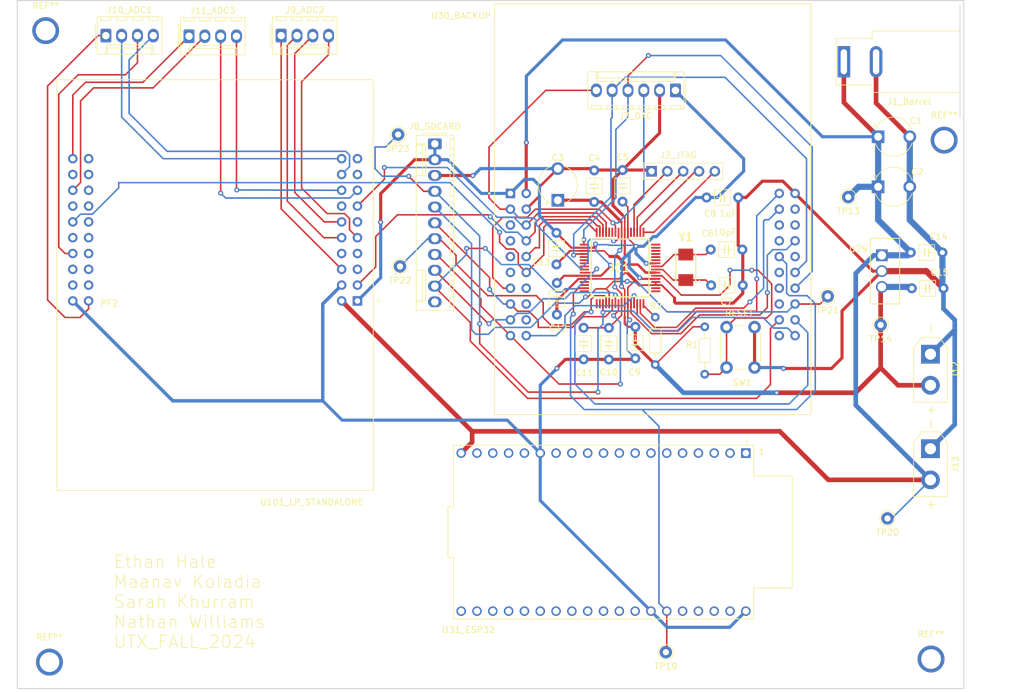
<source format=kicad_pcb>
(kicad_pcb (version 20240108) (generator "pcbnew") (generator_version "8.0")
  (title_block (title "ECE 445L Baseline Project") (date "2024-08-07") (rev "v1.0.1") (company "The University of Texas at Austin"))
  (layers (0 "F.Cu" signal) (31 "B.Cu" signal) (34 "B.Paste" user) (35 "F.Paste" user) (36 "B.SilkS" user "B.Silkscreen") (37 "F.SilkS" user "F.Silkscreen") (38 "B.Mask" user) (39 "F.Mask" user) (44 "Edge.Cuts" user))
  (net 0 "")
  (net 1 "GND")
  (net 2 "+3V3")
  (net 3 "TM_PA3")
  (net 4 "Net-(IC1-OSC1)")
  (net 5 "Net-(IC1-OSC0)")
  (net 6 "Net-(IC1-PC0{slash}TCK{slash}SWCLK)")
  (net 7 "TM_PF3")
  (net 8 "Net-(IC1-PC1{slash}TMS{slash}SWDIO)")
  (net 9 "TM_PE4")
  (net 10 "Net-(IC1-PC3{slash}TDO{slash}SWO)")
  (net 11 "TM_PA7")
  (net 12 "TM_PB0")
  (net 13 "TM_PD2")
  (net 14 "TM_PA0")
  (net 15 "TM_PD7")
  (net 16 "TM_PB5")
  (net 17 "TM_PA5")
  (net 18 "TM_PC4")
  (net 19 "TM_PB3")
  (net 20 "TM_PF2")
  (net 21 "LP_PB5")
  (net 23 "TM_PB1")
  (net 24 "Net-(IC1-~{WAKE})")
  (net 25 "TM_PB6")
  (net 26 "TM_PF0")
  (net 27 "TM_PD6")
  (net 28 "TM_PF1")
  (net 29 "TM_PB4")
  (net 30 "TM_PD5")
  (net 31 "Net-(IC1-~{RST})")
  (net 32 "TM_PC7")
  (net 33 "TM_PE0")
  (net 34 "TM_PA1")
  (net 35 "LP_PB7")
  (net 36 "TM_PE2")
  (net 37 "Net-(IC1-PC2{slash}TDI)")
  (net 38 "TM_PA6")
  (net 39 "TM_PE5")
  (net 41 "TM_PC6")
  (net 42 "TM_PE1")
  (net 43 "TM_PF4")
  (net 44 "TM_PD4")
  (net 45 "TM_PB7")
  (net 46 "TM_PE3")
  (net 47 "TM_PB2")
  (net 48 "LP_PB4")
  (net 49 "LP_PA5")
  (net 50 "LP_PE2")
  (net 51 "LP_PE5")
  (net 52 "LP_PD3")
  (net 53 "LP_PB0")
  (net 54 "LP_PD1")
  (net 55 "LP_PF1")
  (net 56 "LP_PD2")
  (net 57 "LP_PE4")
  (net 58 "LP_PA6")
  (net 59 "LP_PE3")
  (net 60 "LP_PD0")
  (net 61 "LP_PA7")
  (net 62 "LP_PF2")
  (net 63 "LP_PB2")
  (net 64 "LP_PF3")
  (net 65 "LP_PE0")
  (net 66 "LP_PC5")
  (net 67 "LP_PA4")
  (net 68 "LP_PA2")
  (net 69 "LP_PB6")
  (net 70 "LP_PC7")
  (net 71 "LP_PC4")
  (net 72 "LP_PD7")
  (net 73 "LP_PF0")
  (net 74 "LP_PA3")
  (net 75 "LP_PB3")
  (net 76 "LP_PC6")
  (net 77 "IO21")
  (net 78 "TM_PA4")
  (net 79 "TM_PA2")
  (net 80 "ESP_CLK")
  (net 81 "CMD")
  (net 82 "SD2")
  (net 83 "IO13")
  (net 84 "SD3")
  (net 85 "+5V")
  (net 86 "/LD0")
  (net 87 "LP_PF4")
  (net 88 "LP_PD6")
  (net 89 "LP_PE1")
  (net 90 "LP_PB1")
  (footprint "ECE445L:CP_Radial_Tantal200mil" (layer "F.Cu") (at 114.15 57.156 90)
    (property "Reference" "C3")
    (property "Value" "2.2uF")
  )
  (footprint "ECE445L:C_Axial_200mil" (layer "F.Cu") (at 126.6 77.506 -90)
    (property "Reference" "C9")
    (property "Value" "0.01uF")
  )
  (footprint "Connector_Pin:Pin_D1.0mm_L10.0mm" (layer "F.Cu") (at 166 77.2)
    (property "Reference" "TP14")
    (property "Value" "TestPoint")
  )
  (footprint "ECE445L:PinHeader_1x05_P2.54mm_Vertical" (layer "F.Cu") (at 129.21 52.506 90)
    (property "Reference" "J2_JTAG")
    (property "Value" "Header_5")
  )
  (footprint "Connector_Molex:Molex_KK-254_AE-6410-04A_1x04_P2.54mm_Vertical" (layer "F.Cu") (at 41.56 30.7)
    (property "Reference" "J10_ADC1")
    (property "Value" "ADC1")
  )
  (footprint "Connector_BarrelJack:BarrelJack_SwitchcraftConxall_RAPC10U_Horizontal" (layer "F.Cu") (at 160.09 34.9 180)
    (property "Reference" "J1_Barrel")
    (property "Value" "Barrel_Jack")
    (fp_line (start -18.67 -9) (end -18.67 9) (stroke (width 0.12)) (layer "Edge.Cuts"))
  )
  (footprint "Connector_Pin:Pin_D1.0mm_L10.0mm" (layer "F.Cu") (at 88.8 67.8)
    (property "Reference" "TP22")
    (property "Value" "TestPoint")
  )
  (footprint "ECE445L:C_Axial_200mil" (layer "F.Cu") (at 170.842 65.56)
    (property "Reference" "C14")
    (property "Value" "0.1uF")
  )
  (footprint "Connector_Molex:Molex_KK-254_AE-6410-11A_1x11_P2.54mm_Vertical" (layer "F.Cu") (at 94.4 48.1 -90)
    (property "Reference" "J8_SDCARD")
    (property "Value" "LCD SD HEADERS")
  )
  (footprint "Connector_Molex:Molex_KK-254_AE-6410-06A_1x06_P2.54mm_Vertical" (layer "F.Cu") (at 133.04 39.5 180)
    (property "Reference" "J3_DAC")
    (property "Value" "Conn_01x06_Socket_DAC")
  )
  (footprint "ECE445L:C_Axial_200mil" (layer "F.Cu") (at 113.935 62.39975 -90)
    (property "Reference" "C13")
    (property "Value" "0.01uF")
  )
  (footprint "Connector_AMASS:AMASS_XT30UPB-M_1x02_P5.0mm_Vertical" (layer "F.Cu") (at 174 97.1 -90)
    (property "Reference" "J13")
    (property "Value" "5V Pads")
  )
  (footprint "ECE445L:ti_EKTM4C123GXL" (layer "F.Cu") (at 129.4 58.6)
    (property "Reference" "U30_BACKUP")
    (property "Value" "EK-TM4C123GXL")
  )
  (footprint "Connector_Pin:Pin_D1.0mm_L10.0mm" (layer "F.Cu") (at 131.5 129.8)
    (property "Reference" "TP19")
    (property "Value" "TestPoint")
  )
  (footprint "ESP32-DEVKITC:MODULE_ESP32-DEVKITC" (layer "F.Cu") (at 121.5 110.5 -90)
    (property "Reference" "U31_ESP32")
    (property "Value" "ESP32-DEVKITC")
  )
  (footprint "Connector_AMASS:AMASS_XT30UPB-M_1x02_P5.0mm_Vertical" (layer "F.Cu") (at 174 81.9 -90)
    (property "Reference" "J12")
    (property "Value" "3.3V Pads")
  )
  (footprint "ECE445L:MountingHole_4_40" (layer "F.Cu") (at 31.9 29.9)
    (property "Reference" "REF**")
    (property "Value" "MountingHole_4_40")
  )
  (footprint "ECE445L:R_Axial_DIN0204_L3.6mm_D1.6mm_P7.62mm_Horizontal" (layer "F.Cu") (at 129.8 83.576 90)
    (property "Reference" "R2")
    (property "Value" "1M")
  )
  (footprint "ECE445L:ABM3" (layer "F.Cu") (at 134.70625 67.935 90)
    (property "Reference" "Y1")
    (property "Value" "ABM3-16.000MHZ-B2-T" (hide yes))
  )
  (footprint "ECE445L:QFP50P1200X1200X160-64N" (layer "F.Cu") (at 124.15 68.044)
    (property "Reference" "IC1")
    (property "Value" "TM4C123GH6PMIR" (hide yes))
  )
  (footprint "ECE445L:C_Axial_200mil" (layer "F.Cu") (at 120 57.436 90)
    (property "Reference" "C4")
    (property "Value" "0.1uF")
  )
  (footprint "Connector_Molex:Molex_KK-254_AE-6410-04A_1x04_P2.54mm_Vertical" (layer "F.Cu") (at 69.72 30.7)
    (property "Reference" "J9_ADC2")
    (property "Value" "ADC2")
  )
  (footprint "ECE445L:R_Axial_DIN0204_L3.6mm_D1.6mm_P7.62mm_Horizontal" (layer "F.Cu") (at 137.75 77.5 -90)
    (property "Reference" "R1")
    (property "Value" "10k")
  )
  (footprint "Connector_Pin:Pin_D1.0mm_L10.0mm" (layer "F.Cu") (at 160.8 56.65)
    (property "Reference" "TP13")
    (property "Value" "TestPoint")
  )
  (footprint "ECE445L:SW_PUSH_6mm" (layer "F.Cu") (at 145.75 77.55 -90)
    (property "Reference" "SW1")
    (property "Value" "RESET")
  )
  (footprint "Connector_Pin:Pin_D1.0mm_L10.0mm" (layer "F.Cu") (at 157.5 72.6)
    (property "Reference" "TP21")
    (property "Value" "TestPoint")
  )
  (footprint "ECE445L:MountingHole_4_40" (layer "F.Cu") (at 32.5 131.4)
    (property "Reference" "REF**")
    (property "Value" "MountingHole_4_40")
  )
  (footprint "Connector_Pin:Pin_D1.0mm_L10.0mm" (layer "F.Cu") (at 88.5 46.6)
    (property "Reference" "TP23")
    (property "Value" "TestPoint")
  )
  (footprint "ECE445L:C_Axial_200mil" (layer "F.Cu") (at 171.012 71.31)
    (property "Reference" "C15")
    (property "Value" "10uF")
  )
  (footprint "ECE445L:C_Axial_200mil" (layer "F.Cu") (at 114 70.456 -90)
    (property "Reference" "C12")
    (property "Value" "0.1uF")
  )
  (footprint "ECE445L:C_Axial_200mil" (layer "F.Cu") (at 138.04375 56.721)
    (property "Reference" "C8")
    (property "Value" "1uF")
  )
  (footprint "Connector_Molex:Molex_KK-254_AE-6410-04A_1x04_P2.54mm_Vertical" (layer "F.Cu") (at 54.92 30.8)
    (property "Reference" "J11_ADC3")
    (property "Value" "ADC3")
  )
  (footprint "Connector_Pin:Pin_D1.0mm_L10.0mm" (layer "F.Cu") (at 167.1 108.3)
    (property "Reference" "TP20")
    (property "Value" "TestPoint")
  )
  (footprint "ECE445L:C_Axial_200mil" (layer "F.Cu") (at 124.55 57.386 90)
    (property "Reference" "C5")
    (property "Value" "0.1uF")
  )
  (footprint "ECE445L:C_Axial_200mil" (layer "F.Cu") (at 138.70625 65.085)
    (property "Reference" "C6")
    (property "Value" "10pF")
  )
  (footprint "ECE445L:MountingHole_4_40" (layer "F.Cu") (at 174.1 130.9)
    (property "Reference" "REF**")
    (property "Value" "MountingHole_4_40")
  )
  (footprint "ECE445L:CP_Radial_Tantal200mil" (layer "F.Cu") (at 165.6 55)
    (property "Reference" "C2")
    (property "Value" "1uF")
  )
  (footprint "ECE445L:MountingHole_4_40" (layer "F.Cu") (at 176.2 47.5)
    (property "Reference" "REF**")
    (property "Value" "MountingHole_4_40")
  )
  (footprint "ECE445L:C_Axial_200mil" (layer "F.Cu") (at 143.85625 70.835 180)
    (property "Reference" "C7")
    (property "Value" "10pF")
  )
  (footprint "LM2937ET_3_3_NOPB:T03B" (layer "F.Cu") (at 167.208 71.09 -90)
    (property "Reference" "U29")
    (property "Value" "LM2937ET-3.3/NOPB")
  )
  (footprint "ECE445L:C_Axial_200mil" (layer "F.Cu") (at 122.35 77.676 -90)
    (property "Reference" "C10")
    (property "Value" "0.1uF")
  )
  (footprint "ECE445L:C_Axial_200mil" (layer "F.Cu") (at 118.3 77.656 -90)
    (property "Reference" "C11")
    (property "Value" "1uF")
  )
  (footprint "ECE445L:ti_EKTM4C123GXL" (layer "F.Cu") (at 59.1125 70.8 180)
    (property "Reference" "U101_LP_STANDALONE")
    (property "Value" "EK-TM4C123GXL")
  )
  (footprint "ECE445L:CP_Radial_Tantal200mil" (layer "F.Cu") (at 165.6 46.95)
    (property "Reference" "C1")
    (property "Value" "1uF")
  )
  (gr_rect (start 27.35 25.05) (end 179.35 135.65) (stroke (width 0.15)) (fill none) (layer "Edge.Cuts"))
  (gr_text "1" (at 146.3 98.2 0) (layer "F.SilkS") (effects (font (size 1 1)) (justify left bottom)))
  (gr_text "Ethan Hale\nMaanav Koladia\nSarah Khurram\nNathan Williams\nUTX_FALL_2024" (at 42.7 129.3 0) (layer "F.SilkS") (effects (font (size 2 2)) (justify left bottom)))
  (gr_text "PF2\n" (at 40.6 74.3 0) (layer "F.SilkS") (effects (font (size 1 1)) (justify left bottom)))
  (segment (start 118.412 69.794) (end 123.994 69.794) (width 0.25) (layer "F.Cu") (net 1))
  (segment (start 132.9 73.5) (end 132.9 72.8685) (width 0.5) (layer "F.Cu") (net 1))
  (segment (start 129.888 68.794) (end 128.294 68.794) (width 0.4) (layer "F.Cu") (net 1))
  (segment (start 166.192 68.55) (end 164.75 68.55) (width 0.5) (layer "F.Cu") (net 1))
  (segment (start 114.15 52.076) (end 111.2 55.026) (width 0.4) (layer "F.Cu") (net 1))
  (segment (start 126.45 82.736) (end 126.6 82.586) (width 0.25) (layer "F.Cu") (net 1))
  (segment (start 147 54.1) (end 150.3 54.1) (width 0.5) (layer "F.Cu") (net 1))
  (segment (start 133.1 73.7) (end 132.9 73.5) (width 0.5) (layer "F.Cu") (net 1))
  (segment (start 143.12375 56.721) (end 143.12375 64.4225) (width 0.5) (layer "F.Cu") (net 1))
  (segment (start 116.12075 65.294) (end 113.935 67.47975) (width 0.35) (layer "F.Cu") (net 1))
  (segment (start 165.27 41.54) (end 170.68 46.95) (width 0.75) (layer "F.Cu") (net 1))
  (segment (start 130.5 46.356) (end 124.55 52.306) (width 0.5) (layer "F.Cu") (net 1))
  (segment (start 123 58) (end 123 53.856) (width 0.5) (layer "F.Cu") (net 1))
  (segment (start 123.994 69.794) (end 124.9 68.888) (width 0.25) (layer "F.Cu") (net 1))
  (segment (start 124.5 59.5) (end 124.9 59.9) (width 0.4) (layer "F.Cu") (net 1))
  (segment (start 124.9 64.3) (end 124.9 66.2) (width 0.35) (layer "F.Cu") (net 1))
  (segment (start 144.379 56.721) (end 147 54.1) (width 0.5) (layer "F.Cu") (net 1))
  (segment (start 124.5 59.5) (end 123 58) (width 0.5) (layer "F.Cu") (net 1))
  (segment (start 119.72 52.076) (end 120 52.356) (width 0.25) (layer "F.Cu") (net 1))
  (segment (start 166.192 68.55) (end 159.8 74.942) (width 0.5) (layer "F.Cu") (net 1))
  (segment (start 125.4 71.2) (end 126.347 70.253) (width 0.25) (layer "F.Cu") (net 1))
  (segment (start 130.8255 70.794) (end 129.888 70.794) (width 0.25) (layer "F.Cu") (net 1))
  (segment (start 114.15 52.076) (end 119.72 52.076) (width 0.5) (layer "F.Cu") (net 1))
  (segment (start 173.332 68.55) (end 166.192 68.55) (width 1) (layer "F.Cu") (net 1))
  (segment (start 120.35 52.356) (end 120.4 52.306) (width 0.25) (layer "F.Cu") (net 1))
  (segment (start 142.3 73.7) (end 133.1 73.7) (width 0.5) (layer "F.Cu") (net 1))
  (segment (start 117.4745 69.794) (end 114 73.2685) (width 0.35) (layer "F.Cu") (net 1))
  (segment (start 129.01 52.306) (end 129.21 52.506) (width 0.25) (layer "F.Cu") (net 1))
  (segment (start 124.9 68.406) (end 124.9 67.3445) (width 0.5) (layer "F.Cu") (net 1))
  (segment (start 150.4 84.2) (end 150.4 84.3) (width 0.5) (layer "F.Cu") (net 1))
  (segment (start 124.9 67.3445) (end 124.32775 66.77225) (width 0.5) (layer "F.Cu") (net 1))
  (segment (start 159.8 74.942) (end 159.8 82.5) (width 0.5) (layer "F.Cu") (net 1))
  (segment (start 120.4 52.306) (end 124.55 52.306) (width 0.5) (layer "F.Cu") (net 1))
  (segment (start 114 75.536) (end 114 73.2685) (width 0.5) (layer "F.Cu") (net 1))
  (segment (start 150.3 54.1) (end 152.26 56.06) (width 0.5) (layer "F.Cu") (net 1))
  (segment (start 124.9 63.2435) (end 124.9 62.306) (width 0.25) (layer "F.Cu") (net 1))
  (segment (start 124.32775 66.77225) (end 123.7555 66.2) (width 0.5) (layer "F.Cu") (net 1))
  (segment (start 143.85625 72.14375) (end 142.3 73.7) (width 0.5) (layer "F.Cu") (net 1))
  (segment (start 113.9 84.2) (end 114 84.1) (width 0.25) (layer "F.Cu") (net 1))
  (segment (start 116.12075 65.294) (end 118.412 65.294) (width 0.25) (layer "F.Cu") (net 1))
  (segment (start 100.48 53.18) (end 94.4 53.18) (width 0.5) (layer "F.Cu") (net 1))
  (segment (start 124.9 66.2) (end 124.32775 66.77225) (width 0.35) (layer "F.Cu") (net 1))
  (segment (start 111.2 55.026) (end 111.2 56.48) (width 0.4) (layer "F.Cu") (net 1))
  (segment (start 126.347 70.253) (end 126.747 70.253) (width 0.25) (layer "F.Cu") (net 1))
  (segment (start 100.5 53.2) (end 100.48 53.18) (width 0.25) (layer "F.Cu") (net 1))
  (segment (start 129.888 70.794) (end 127.288 70.794) (width 0.25) (layer "F.Cu") (net 1))
  (segment (start 129.888 70.294) (end 129.888 70.794) (width 0.25) (layer "F.Cu") (net 1))
  (segment (start 128.294 68.794) (end 127 67.5) (width 0.4) (layer "F.Cu") (net 1))
  (segment (start 150.5 84.2) (end 150.4 84.2) (width 0.5) (layer "F.Cu") (net 1))
  (segment (start 126.747 70.253) (end 124.9 68.406) (width 0.5) (layer "F.Cu") (net 1))
  (segment (start 120 52.356) (end 120.35 52.356) (width 0.25) (layer "F.Cu") (net 1))
  (segment (start 124.55 52.306) (end 129.01 52.306) (width 0.5) (layer "F.Cu") (net 1))
  (segment (start 143.12375 64.4225) (end 143.78625 65.085) (width 0.5) (layer "F.Cu") (net 1))
  (segment (start 125.0555 67.5) (end 124.9 67.3445) (width 0.4) (layer "F.Cu") (net 1))
  (segment (start 124.9 64.3) (end 124.9 63.2435) (width 0.35) (layer "F.Cu") (net 1))
  (segment (start 125.4 71.2) (end 125.4 73.782) (width 0.25) (layer "F.Cu") (net 1))
  (segment (start 176.092 71.31) (end 173.332 68.55) (width 1) (layer "F.Cu") (net 1))
  (segment (start 125.7 76.4) (end 125.4 76.1) (width 0.25) (layer "F.Cu") (net 1))
  (segment (start 123.7555 66.2) (end 122.5 66.2) (width 0.5) (layer "F.Cu") (net 1))
  (segment (start 123 53.856) (end 124.55 52.306) (width 0.5) (layer "F.Cu") (net 1))
  (segment (start 143.12375 56.721) (end 144.379 56.721) (width 0.5) (layer "F.Cu") (net 1))
  (segment (start 127.288 70.794) (end 126.747 70.253) (width 0.5) (layer "F.Cu") (net 1))
  (segment (start 164.75 68.55) (end 152.26 56.06) (width 0.5) (layer "F.Cu") (net 1))
  (segment (start 121.594 65.294) (end 122.5 66.2) (width 0.25) (layer "F.Cu") (net 1))
  (segment (start 165.27 34.9) (end 165.27 41.54) (width 0.75) (layer "F.Cu") (net 1))
  (segment (start 115.364 82.736) (end 114 84.1) (width 0.5) (layer "F.Cu") (net 1))
  (segment (start 158.1 84.2) (end 150.5 84.2) (width 0.5) (layer "F.Cu") (net 1))
  (segment (start 127 67.5) (end 125.0555 67.5) (width 0.4) (layer "F.Cu") (net 1))
  (segment (start 159.8 82.5) (end 158.1 84.2) (width 0.5) (layer "F.Cu") (net 1))
  (segment (start 143.85625 70.835) (end 143.85625 72.14375) (width 0.5) (layer "F.Cu") (net 1))
  (segment (start 143.78625 70.765) (end 143.85625 70.835) (width 0.25) (layer "F.Cu") (net 1))
  (segment (start 124.9 59.9) (end 124.9 62.306) (width 0.25) (layer "F.Cu") (net 1))
  (segment (start 143.85625 70.835) (end 143.85625 65.155) (width 0.5) (layer "F.Cu") (net 1))
  (segment (start 111.2 56.48) (end 109.08 58.6) (width 0.4) (layer "F.Cu") (net 1))
  (segment (start 150.5 84.2) (end 150.5 84.2) (width 0.5) (layer "F.Cu") (net 1))
  (segment (start 118.3 82.736) (end 126.45 82.736) (width 0.5) (layer "F.Cu") (net 1))
  (segment (start 150.4 84.3) (end 150.4 84.3) (width 0.5) (layer "F.Cu") (net 1))
  (segment (start 114 84.1) (end 114 84.2) (width 0.25) (layer "F.Cu") (net 1))
  (segment (start 165.6 35.01) (end 165.39 34.8) (width 1) (layer "F.Cu") (net 1))
  (segment (start 143.85625 65.155) (end 143.78625 65.085) (width 0.25) (layer "F.Cu") (net 1))
  (segment (start 118.412 65.294) (end 121.594 65.294) (width 0.25) (layer "F.Cu") (net 1))
  (segment (start 125.4 76.1) (end 125.4 73.782) (width 0.25) (layer "F.Cu") (net 1))
  (segment (start 114 84.2) (end 113.9 84.2) (width 0.25) (layer "F.Cu") (net 1))
  (segment (start 130.5 39.5) (end 130.5 46.356) (width 0.5) (layer "F.Cu") (net 1))
  (segment (start 132.9 72.8685) (end 130.8255 70.794) (width 0.3) (layer "F.Cu") (net 1))
  (segment (start 145.75 77.55) (end 145.75 84.05) (width 0.5) (layer "F.Cu") (net 1))
  (segment (start 118.412 69.794) (end 117.4745 69.794) (width 0.35) (layer "F.Cu") (net 1))
  (segment (start 124.9 68.888) (end 124.9 68.406) (width 0.25) (layer "F.Cu") (net 1))
  (segment (start 118.3 82.736) (end 115.364 82.736) (width 0.5) (layer "F.Cu") (net 1))
  (via (at 100.5 53.2) (size 0.8) (drill 0.4) (layers "F.Cu" "B.Cu") (net 1))
  (via (at 150.4 84.2) (size 0.8) (drill 0.4) (layers "F.Cu" "B.Cu") (net 1))
  (via (at 114 84.2) (size 0.8) (drill 0.4) (layers "F.Cu" "B.Cu") (net 1))
  (via (at 125.7 76.4) (size 0.8) (drill 0.4) (layers "F.Cu" "B.Cu") (net 1))
  (segment (start 176.092 71.31) (end 176.092 74.592) (width 0.75) (layer "B.Cu") (net 1))
  (segment (start 129.11 123.2) (end 131.71 125.8) (width 0.5) (layer "B.Cu") (net 1))
  (segment (start 106.03 92.5) (end 79.5 92.5) (width 0.5) (layer "B.Cu") (net 1))
  (segment (start 125.7 76.4) (end 125.7 76.3) (width 0.25) (layer "B.Cu") (net 1))
  (segment (start 114 84.2) (end 111.33 86.87) (width 0.5) (layer "B.Cu") (net 1))
  (segment (start 111.33 97.8) (end 106.03 92.5) (width 0.5) (layer "B.Cu") (net 1))
  (segment (start 177.9 76.4) (end 177.9 78) (width 0.75) (layer "B.Cu") (net 1))
  (segment (start 177.9 93.2) (end 174 97.1) (width 0.75) (layer "B.Cu") (net 1))
  (segment (start 79.5 92.5) (end 76.4 89.4) (width 0.5) (layer "B.Cu") (net 1))
  (segment (start 177.9 78) (end 177.9 93.2) (width 0.75) (layer "B.Cu") (net 1))
  (segment (start 100.5 53.2) (end 100.5 53.3) (width 0.5) (layer "B.Cu") (net 1))
  (segment (start 52.3125 89.4) (end 36.2525 73.34) (width 0.55) (layer "B.Cu") (net 1))
  (segment (start 177.9 78) (end 174 81.9) (width 0.75) (layer "B.Cu") (net 1))
  (segment (start 100.6 53.2) (end 100.5 53.2) (width 0.5) (layer "B.Cu") (net 1))
  (segment (start 114.15 52.076) (end 101.724 52.076) (width 0.5) (layer "B.Cu") (net 1))
  (segment (start 111.33 86.87) (end 111.33 97.8) (width 0.5) (layer "B.Cu") (net 1))
  (segment (start 125.3 81.2) (end 125.3 76.7) (width 0.25) (layer "B.Cu") (net 1))
  (segment (start 79.4325 70.8) (end 76.4325 73.8) (width 0.55) (layer "B.Cu") (net 1))
  (segment (start 100.5 53.3) (end 100.6 53.2) (width 0.5) (layer "B.Cu") (net 1))
  (segment (start 150.4 84.2) (end 150.25 84.05) (width 0.5) (layer "B.Cu") (net 1))
  (segment (start 150.25 84.05) (end 145.75 84.05) (width 0.5) (layer "B.Cu") (net 1))
  (segment (start 170.68 60.318) (end 175.922 65.56) (width 1) (layer "B.Cu") (net 1))
  (segment (start 76.4325 73.8) (end 76.4 73.8) (width 0.25) (layer "B.Cu") (net 1))
  (segment (start 131.71 125.8) (end 141.75 125.8) (width 0.5) (layer "B.Cu") (net 1))
  (segment (start 125.3 81.286) (end 125.3 81.2) (width 0.25) (layer "B.Cu") (net 1))
  (segment (start 170.68 55) (end 170.68 60.318) (width 1) (layer "B.Cu") (net 1))
  (segment (start 111.33 97.8) (end 111.33 105.42) (width 0.5) (layer "B.Cu") (net 1))
  (segment (start 176.092 74.592) (end 177.9 76.4) (width 0.75) (layer "B.Cu") (net 1))
  (segment (start 76.4 89.4) (end 52.3125 89.4) (width 0.55) (layer "B.Cu") (net 1))
  (segment (start 141.75 125.8) (end 144.35 123.2) (width 0.5) (layer "B.Cu") (net 1))
  (segment (start 125.6 76.4) (end 125.7 76.4) (width 0.25) (layer "B.Cu") (net 1))
  (segment (start 175.922 65.56) (end 175.922 71.14) (width 1) (layer "B.Cu") (net 1))
  (segment (start 101.724 52.076) (end 100.6 53.2) (width 0.5) (layer "B.Cu") (net 1))
  (segment (start 76.4 89.4) (end 76.4 73.8) (width 0.55) (layer "B.Cu") (net 1))
  (segment (start 125.7 76.3) (end 125.6 76.4) (width 0.25) (layer "B.Cu") (net 1))
  (segment (start 170.68 55) (end 170.68 46.95) (width 1) (layer "B.Cu") (net 1))
  (segment (start 111.33 105.42) (end 129.11 123.2) (width 0.5) (layer "B.Cu") (net 1))
  (segment (start 125.3 76.7) (end 125.6 76.4) (width 0.25) (layer "B.Cu") (net 1))
  (segment (start 175.922 71.14) (end 176.092 71.31) (width 0.25) (layer "B.Cu") (net 1))
  (segment (start 126.6 82.586) (end 125.3 81.286) (width 0.25) (layer "B.Cu") (net 1))
  (segment (start 126.6 77.506) (end 125.406 77.506) (width 0.35) (layer "F.Cu") (net 2))
  (segment (start 125.4 58.236) (end 125.4 62.306) (width 0.25) (layer "F.Cu") (net 2))
  (segment (start 162 88.1) (end 149.3 88.1) (width 0.75) (layer "F.Cu") (net 2))
  (segment (start 120.2 64.632) (end 120.113 64.719) (width 0.5) (layer "F.Cu") (net 2))
  (segment (start 124.9 75.806) (end 124.9 73.782) (width 0.25) (layer "F.Cu") (net 2))
  (segment (start 128.371548 67.310452) (end 129.871548 67.310452) (width 0.35) (layer "F.Cu") (net 2))
  (segment (start 125.406 77.506) (end 124.9 77) (width 0.35) (layer "F.Cu") (net 2))
  (segment (start 120.2 64.2) (end 120.2 64.632) (width 0.5) (layer "F.Cu") (net 2))
  (segment (start 122.6 67.6) (end 122.6 67.8) (width 0.35) (layer "F.Cu") (net 2))
  (segment (start 127.288 69.619) (end 127.463 69.794) (width 0.25) (layer "F.Cu") (net 2))
  (segment (start 124.9 71.512) (end 124.9 73.782) (width 0.25) (layer "F.Cu") (net 2))
  (segment (start 166 71.282) (end 166.192 71.09) (width 0.25) (layer "F.Cu") (net 2))
  (segment (start 124.388 71) (end 124.9 71.512) (width 0.25) (layer "F.Cu") (net 2))
  (segment (start 129.871548 67.310452) (end 129.888 67.294) (width 0.25) (layer "F.Cu") (net 2))
  (segment (start 94.4 50.64) (end 91.16 50.64) (width 0.5) (layer "F.Cu") (net 2))
  (segment (start 118.412 64.794) (end 120.038 64.794) (width 0.35) (layer "F.Cu") (net 2))
  (segment (start 125.4 63.260452) (end 125.4 62.306) (width 0.25) (layer "F.Cu") (net 2))
  (segment (start 137.75 77.5) (end 135.876 77.5) (width 0.25) (layer "F.Cu") (net 2))
  (segment (start 122.6 67.8) (end 121.106 69.294) (width 0.35) (layer "F.Cu") (net 2))
  (segment (start 127.463 69.794) (end 129.888 69.794) (width 0.35) (layer "F.Cu") (net 2))
  (segment (start 88.7 53.1) (end 85.7 56.1) (width 0.5) (layer "F.Cu") (net 2))
  (segment (start 121.106 69.294) (end 118.412 69.294) (width 0.35) (layer "F.Cu") (net 2))
  (segment (start 174 86.9) (end 168.8 86.9) (width 0.75) (layer "F.Cu") (net 2))
  (segment (start 135.876 77.5) (end 129.8 83.576) (width 0.25) (layer "F.Cu") (net 2))
  (segment (start 168.8 86.9) (end 166 84.1) (width 0.75) (layer "F.Cu") (net 2))
  (segment (start 114 70.456) (end 115.162 69.294) (width 0.35) (layer "F.Cu") (net 2))
  (segment (start 166 84.1) (end 162 88.1) (width 0.75) (layer "F.Cu") (net 2))
  (segment (start 91.16 50.64) (end 88.7 53.1) (width 0.5) (layer "F.Cu") (net 2))
  (segment (start 116.32925 64.794) (end 118.412 64.794) (width 0.35) (layer "F.Cu") (net 2))
  (segment (start 126.6 80.376) (end 129.8 83.576) (width 0.5) (layer "F.Cu") (net 2))
  (segment (start 166 84.1) (end 166 77.2) (width 0.75) (layer "F.Cu") (net 2))
  (segment (start 113.935 62.39975) (end 116.32925 64.794) (width 0.35) (layer "F.Cu") (net 2))
  (segment (start 126.6 77.506) (end 126.6 80.376) (width 0.5) (layer "F.Cu") (net 2))
  (segment (start 85.7 60.7) (end 85.7 60.6) (width 0.25) (layer "F.Cu") (net 2))
  (segment (start 149.3 88.1) (end 149.4 88.1) (width 0.25) (layer "F.Cu") (net 2))
  (segment (start 115.162 69.294) (end 118.412 69.294) (width 0.35) (layer "F.Cu") (net 2))
  (segment (start 166 77.2) (end 166 71.282) (width 0.75) (layer "F.Cu") (net 2))
  (segment (start 120.113 64.719) (end 120.038 64.719) (width 0.5) (layer "F.Cu") (net 2))
  (segment (start 124.55 57.386) (end 125.4 58.236) (width 0.25) (layer "F.Cu") (net 2))
  (segment (start 126.7 64.560452) (end 125.4 63.260452) (width 0.25) (layer "F.Cu") (net 2))
  (segment (start 85.7 56.1) (end 85.7 60.7) (width 0.5) (layer "F.Cu") (net 2))
  (segment (start 138.04375 56.721) (end 137.64375 56.721) (width 0.25) (layer "F.Cu") (net 2))
  (segment (start 124.9 77) (end 124.9 75.806) (width 0.35) (layer "F.Cu") (net 2))
  (via (at 127.288 69.619) (size 0.8) (drill 0.4) (layers "F.Cu" "B.Cu") (net 2))
  (via (at 128.371548 67.310452) (size 0.8) (drill 0.4) (layers "F.Cu" "B.Cu") (net 2))
  (via (at 85.7 60.7) (size 0.8) (drill 0.4) (layers "F.Cu" "B.Cu") (net 2))
  (via (at 149.3 88.1) (size 0.8) (drill 0.4) (layers "F.Cu" "B.Cu") (net 2))
  (via (at 120.2 64.2) (size 0.8) (drill 0.4) (layers "F.Cu" "B.Cu") (net 2))
  (via (at 124.388 71) (size 0.8) (drill 0.4) (layers "F.Cu" "B.Cu") (net 2))
  (via (at 122.6 67.6) (size 0.8) (drill 0.4) (layers "F.Cu" "B.Cu") (net 2))
  (via (at 126.7 64.560452) (size 0.8) (drill 0.4) (layers "F.Cu" "B.Cu") (net 2))
  (segment (start 170.792 71.09) (end 171.012 71.31) (width 0.25) (layer "B.Cu") (net 2))
  (segment (start 144 50.5) (end 133.04 39.54) (width 0.5) (layer "B.Cu") (net 2))
  (segment (start 130 63) (end 136.279 56.721) (width 0.5) (layer "B.Cu") (net 2))
  (segment (start 126.7 64.560452) (end 126.539548 64.4) (width 0.25) (layer "B.Cu") (net 2))
  (segment (start 139.779 56.721) (end 144 52.5) (width 0.5) (layer "B.Cu") (net 2))
  (segment (start 126.7 64.560452) (end 125.621548 65.638904) (width 0.5) (layer "B.Cu") (net 2))
  (segment (start 106.54 56.06) (end 101.86 56.06) (width 0.5) (layer "B.Cu") (net 2))
  (segment (start 126.7 64.560452) (end 124.388 66.872452) (width 0.5) (layer "B.Cu") (net 2))
  (segment (start 166.192 71.09) (end 170.792 71.09) (width 1) (layer "B.Cu") (net 2))
  (segment (start 126.539548 64.4) (end 122.4 64.4) (width 0.25) (layer "B.Cu") (net 2))
  (segment (start 138.04375 56.721) (end 139.779 56.721) (width 0.5) (layer "B.Cu") (net 2))
  (segment (start 126.7 65.706) (end 128.338 67.344) (width 0.5) (layer "B.Cu") (net 2))
  (segment (start 108.8 53.8) (end 106.54 56.06) (width 0.5) (layer "B.Cu") (net 2))
  (segment (start 110.2 53.8) (end 108.8 53.8) (width 0.5) (layer "B.Cu") (net 2))
  (segment (start 149.3 88.1) (end 134.324 88.1) (width 0.75) (layer "B.Cu") (net 2))
  (segment (start 128.338 67.344) (end 128.405096 67.344) (width 0.25) (layer "B.Cu") (net 2))
  (segment (start 136.279 56.721) (end 138.04375 56.721) (width 0.5) (layer "B.Cu") (net 2))
  (segment (start 129.5 63) (end 130 63) (width 0.5) (layer "B.Cu") (net 2))
  (segment (start 128.405096 67.344) (end 128.371548 67.310452) (width 0.25) (layer "B.Cu") (net 2))
  (segment (start 127.939548 64.560452) (end 129.5 63) (width 0.5) (layer "B.Cu") (net 2))
  (segment (start 126.7 64.560452) (end 127.939548 64.560452) (width 0.5) (layer "B.Cu") (net 2))
  (segment (start 111.2 59.66475) (end 111.2 54.8) (width 0.5) (layer "B.Cu") (net 2))
  (segment (start 85.7 60.7) (end 85.7 69.6125) (width 0.5) (layer "B.Cu") (net 2))
  (segment (start 133.04 39.54) (end 133.04 39.5) (width 0.25) (layer "B.Cu") (net 2))
  (segment (start 126.7 64.560452) (end 126.7 65.706) (width 0.5) (layer "B.Cu") (net 2))
  (segment (start 120.25 65.25) (end 120.25 64.25) (width 0.25) (layer "B.Cu") (net 2))
  (segment (start 120.25 64.25) (end 120.2 64.2) (width 0.25) (layer "B.Cu") (net 2))
  (segment (start 111.2 54.8) (end 110.2 53.8) (width 0.5) (layer "B.Cu") (net 2))
  (segment (start 94.4 48.1) (end 94.4 50.64) (width 0.5) (layer "B.Cu") (net 2))
  (segment (start 144 52.5) (end 144 50.5) (width 0.5) (layer "B.Cu") (net 2))
  (segment (start 120.3 64.3) (end 120.2 64.2) (width 0.25) (layer "B.Cu") (net 2))
  (segment (start 113.935 62.39975) (end 111.2 59.66475) (width 0.5) (layer "B.Cu") (net 2))
  (segment (start 96.44 50.64) (end 94.4 50.64) (width 0.5) (layer "B.Cu") (net 2))
  (segment (start 85.7 69.6125) (end 81.9725 73.34) (width 0.5) (layer "B.Cu") (net 2))
  (segment (start 122.4 64.4) (end 122.3 64.3) (width 0.25) (layer "B.Cu") (net 2))
  (segment (start 124.388 66.872452) (end 124.388 71) (width 0.5) (layer "B.Cu") (net 2))
  (segment (start 134.324 88.1) (end 129.8 83.576) (width 0.75) (layer "B.Cu") (net 2))
  (segment (start 122.3 64.3) (end 120.3 64.3) (width 0.25) (layer "B.Cu") (net 2))
  (segment (start 122.6 67.6) (end 120.25 65.25) (width 0.25) (layer "B.Cu") (net 2))
  (segment (start 125.621548 67.952548) (end 127.288 69.619) (width 0.5) (layer "B.Cu") (net 2))
  (segment (start 101.86 56.06) (end 96.44 50.64) (width 0.5) (layer "B.Cu") (net 2))
  (segment (start 125.621548 65.638904) (end 125.621548 67.952548) (width 0.5) (layer "B.Cu") (net 2))
  (segment (start 121.9 72.7945) (end 121.9 73.782) (width 0.25) (layer "F.Cu") (net 3))
  (segment (start 118.4 75.1) (end 119.5 75.1) (width 0.25) (layer "F.Cu") (net 3))
  (segment (start 111.8 73.6) (end 111.8 76) (width 0.25) (layer "F.Cu") (net 3))
  (segment (start 116.3 77.2) (end 118.4 75.1) (width 0.25) (layer "F.Cu") (net 3))
  (segment (start 95.14 63.34) (end 97.8 66) (width 0.25) (layer "F.Cu") (net 3))
  (segment (start 94.4 63.34) (end 95.14 63.34) (width 0.25) (layer "F.Cu") (net 3))
  (segment (start 110.7 72.5) (end 111.8 73.6) (width 0.25) (layer "F.Cu") (net 3))
  (segment (start 119.5 75.1) (end 119.5 73.1) (width 0.25) (layer "F.Cu") (net 3))
  (segment (start 97.8 66) (end 97.8 67.4) (width 0.25) (layer "F.Cu") (net 3))
  (segment (start 102.9 72.5) (end 110.7 72.5) (width 0.25) (layer "F.Cu") (net 3))
  (segment (start 113 77.2) (end 116.3 77.2) (width 0.25) (layer "F.Cu") (net 3))
  (segment (start 119.5 73.1) (end 120.1 72.5) (width 0.25) (layer "F.Cu") (net 3))
  (segment (start 97.8 67.4) (end 102.9 72.5) (width 0.25) (layer "F.Cu") (net 3))
  (segment (start 111.8 76) (end 113 77.2) (width 0.25) (layer "F.Cu") (net 3))
  (segment (start 120.1 72.5) (end 121.6055 72.5) (width 0.25) (layer "F.Cu") (net 3))
  (segment (start 121.6055 72.5) (end 121.9 72.7945) (width 0.25) (layer "F.Cu") (net 3))
  (via (at 119.5 75.1) (size 0.8) (drill 0.4) (layers "F.Cu" "B.Cu") (net 3))
  (segment (start 93.26 63.34) (end 88.8 67.8) (width 0.25) (layer "B.Cu") (net 3))
  (segment (start 94.4 63.34) (end 93.26 63.34) (width 0.25) (layer "B.Cu") (net 3))
  (segment (start 120.1 89.9) (end 151.3 89.9) (width 0.25) (layer "B.Cu") (net 3))
  (segment (start 118.8 75.1) (end 116.9 77) (width 0.25) (layer "B.Cu") (net 3))
  (segment (start 119.5 75.1) (end 118.8 75.1) (width 0.25) (layer "B.Cu") (net 3))
  (segment (start 116.9 86.7) (end 120.1 89.9) (width 0.25) (layer "B.Cu") (net 3))
  (segment (start 151.3 89.9) (end 154.3 86.9) (width 0.25) (layer "B.Cu") (net 3))
  (segment (start 116.9 77) (end 116.9 86.7) (width 0.25) (layer "B.Cu") (net 3))
  (segment (start 154.3 86.9) (end 154.3 78.42) (width 0.25) (layer "B.Cu") (net 3))
  (segment (start 154.3 78.42) (end 152.26 76.38) (width 0.25) (layer "B.Cu") (net 3))
  (segment (start 130.906 67.794) (end 132.815 65.885) (width 0.25) (layer "F.Cu") (net 4))
  (segment (start 135.50625 65.085) (end 134.70625 65.885) (width 0.25) (layer "F.Cu") (net 4))
  (segment (start 132.815 65.885) (end 134.70625 65.885) (width 0.25) (layer "F.Cu") (net 4))
  (segment (start 137.90625 65.885) (end 138.70625 65.085) (width 0.25) (layer "F.Cu") (net 4))
  (segment (start 129.888 67.794) (end 130.906 67.794) (width 0.25) (layer "F.Cu") (net 4))
  (segment (start 134.70625 65.885) (end 137.90625 65.885) (width 0.25) (layer "F.Cu") (net 4))
  (segment (start 133.015 69.985) (end 134.70625 69.985) (width 0.25) (layer "F.Cu") (net 5))
  (segment (start 133 70) (end 133.015 69.985) (width 0.25) (layer "F.Cu") (net 5))
  (segment (start 132.7 70) (end 133 70) (width 0.25) (layer "F.Cu") (net 5))
  (segment (start 135.55625 70.835) (end 134.70625 69.985) (width 0.25) (layer "F.Cu") (net 5))
  (segment (start 137.92625 69.985) (end 138.77625 70.835) (width 0.25) (layer "F.Cu") (net 5))
  (segment (start 129.888 68.294) (end 130.994 68.294) (width 0.25) (layer "F.Cu") (net 5))
  (segment (start 134.70625 69.985) (end 137.92625 69.985) (width 0.25) (layer "F.Cu") (net 5))
  (segment (start 130.994 68.294) (end 132.7 70) (width 0.25) (layer "F.Cu") (net 5))
  (segment (start 126.4 57.856) (end 126.4 62.306) (width 0.25) (layer "F.Cu") (net 6))
  (segment (start 131.75 52.506) (end 126.4 57.856) (width 0.25) (layer "F.Cu") (net 6))
  (segment (start 129.7 77.6) (end 133.2 77.6) (width 0.25) (layer "F.Cu") (net 7))
  (segment (start 133.2 77.6) (end 136.3 74.5) (width 0.25) (layer "F.Cu") (net 7))
  (segment (start 127.4 75.3) (end 129.7 77.6) (width 0.25) (layer "F.Cu") (net 7))
  (segment (start 144 74.5) (end 145 73.5) (width 0.25) (layer "F.Cu") (net 7))
  (segment (start 136.3 74.5) (end 144 74.5) (width 0.25) (layer "F.Cu") (net 7))
  (segment (start 127.4 73.782) (end 127.4 75.3) (width 0.25) (layer "F.Cu") (net 7))
  (via (at 145 73.5) (size 0.8) (drill 0.4) (layers "F.Cu" "B.Cu") (net 7))
  (segment (start 147.4 60.3) (end 148.02 60.3) (width 0.25) (layer "B.Cu") (net 7))
  (segment (start 147.2 71.3) (end 147.2 60.5) (width 0.25) (layer "B.Cu") (net 7))
  (segment (start 145 73.5) (end 147.2 71.3) (width 0.25) (layer "B.Cu") (net 7))
  (segment (start 148.02 60.3) (end 149.72 58.6) (width 0.25) (layer "B.Cu") (net 7))
  (segment (start 147.2 60.5) (end 147.4 60.3) (width 0.25) (layer "B.Cu") (net 7))
  (segment (start 134.29 52.506) (end 126.9 59.896) (width 0.25) (layer "F.Cu") (net 8))
  (segment (start 126.9 59.896) (end 126.9 62.306) (width 0.25) (layer "F.Cu") (net 8))
  (segment (start 129.57 62.306) (end 127.9 62.306) (width 0.25) (layer "F.Cu") (net 10))
  (segment (start 139.37 52.506) (end 129.57 62.306) (width 0.25) (layer "F.Cu") (net 10))
  (segment (start 94.68 65.88) (end 94.4 65.88) (width 0.25) (layer "F.Cu") (net 11))
  (segment (start 123.9 74.9) (end 123.1 75.7) (width 0.25) (layer "F.Cu") (net 11))
  (segment (start 106.54 78.92) (end 101.8 74.18) (width 0.25) (layer "F.Cu") (net 11))
  (segment (start 124.2 86.7) (end 114.32 86.7) (width 0.25) (layer "F.Cu") (net 11))
  (segment (start 123.9 73.782) (end 123.9 74.9) (width 0.25) (layer "F.Cu") (net 11))
  (segment (start 101.8 73) (end 94.68 65.88) (width 0.25) (layer "F.Cu") (net 11))
  (segment (start 101.8 74.18) (end 101.8 73) (width 0.25) (layer "F.Cu") (net 11))
  (segment (start 114.32 86.7) (end 106.54 78.92) (width 0.25) (layer "F.Cu") (net 11))
  (via (at 124.2 86.7) (size 0.8) (drill 0.4) (layers "F.Cu" "B.Cu") (net 11))
  (via (at 123.1 75.7) (size 0.8) (drill 0.4) (layers "F.Cu" "B.Cu") (net 11))
  (segment (start 123.1 75.7) (end 124.2 76.8) (width 0.25) (layer "B.Cu") (net 11))
  (segment (start 124.2 76.8) (end 124.2 86.7) (width 0.25) (layer "B.Cu") (net 11))
  (segment (start 111.2 64.8) (end 110.5 64.8) (width 0.25) (layer "F.Cu") (net 13))
  (segment (start 120.825 61.2935) (end 120.4935 61.2935) (width 0.25) (layer "F.Cu") (net 13))
  (segment (start 110.5 64.8) (end 109.08 66.22) (width 0.25) (layer "F.Cu") (net 13))
  (segment (start 119.5 60.3) (end 112.1 60.3) (width 0.25) (layer "F.Cu") (net 13))
  (segment (start 111.2 61.2) (end 111.2 64.8) (width 0.25) (layer "F.Cu") (net 13))
  (segment (start 120.9 62.306) (end 120.9 61.3685) (width 0.25) (layer "F.Cu") (net 13))
  (segment (start 120.4935 61.2935) (end 119.5 60.3) (width 0.25) (layer "F.Cu") (net 13))
  (segment (start 112.1 60.3) (end 111.2 61.2) (width 0.25) (layer "F.Cu") (net 13))
  (segment (start 120.9 61.3685) (end 120.825 61.2935) (width 0.25) (layer "F.Cu") (net 13))
  (segment (start 99.5 64.9) (end 99.6 64.9) (width 0.25) (layer "F.Cu") (net 15))
  (segment (start 102.5 64.9) (end 99.5 64.9) (width 0.25) (layer "F.Cu") (net 15))
  (segment (start 118.412 68.794) (end 119.806 68.794) (width 0.25) (layer "F.Cu") (net 15))
  (segment (start 94.4 71.1) (end 100.1 76.8) (width 0.25) (layer "F.Cu") (net 15))
  (segment (start 119.806 68.794) (end 120.4 68.2) (width 0.25) (layer "F.Cu") (net 15))
  (segment (start 109.3 89) (end 146.1 89) (width 0.25) (layer "F.Cu") (net 15))
  (segment (start 146.1 89) (end 148.3 86.8) (width 0.25) (layer "F.Cu") (net 15))
  (segment (start 94.4 70.96) (end 94.4 71.1) (width 0.25) (layer "F.Cu") (net 15))
  (segment (start 100.1 76.8) (end 100.1 79.8) (width 0.25) (layer "F.Cu") (net 15))
  (segment (start 148.3 86.8) (end 148.3 77.8) (width 0.25) (layer "F.Cu") (net 15))
  (segment (start 148.3 77.8) (end 149.72 76.38) (width 0.25) (layer "F.Cu") (net 15))
  (segment (start 100.1 79.8) (end 109.3 89) (width 0.25) (layer "F.Cu") (net 15))
  (via (at 120.4 68.2) (size 0.8) (drill 0.4) (layers "F.Cu" "B.Cu") (net 15))
  (via (at 102.5 64.9) (size 0.8) (drill 0.4) (layers "F.Cu" "B.Cu") (net 15))
  (via (at 99.5 64.9) (size 0.8) (drill 0.4) (layers "F.Cu" "B.Cu") (net 15))
  (segment (start 109.5 67.5) (end 113.9 71.9) (width 0.25) (layer "B.Cu") (net 15))
  (segment (start 102.5 64.9) (end 105.1 67.5) (width 0.25) (layer "B.Cu") (net 15))
  (segment (start 115.3 71.4) (end 117.2 71.4) (width 0.25) (layer "B.Cu") (net 15))
  (segment (start 99.5 65.86) (end 94.4 70.96) (width 0.25) (layer "B.Cu") (net 15))
  (segment (start 114.8 71.9) (end 113.9 71.9) (width 0.25) (layer "B.Cu") (net 15))
  (segment (start 115.3 71.4) (end 114.8 71.9) (width 0.25) (layer "B.Cu") (net 15))
  (segment (start 117.2 71.4) (end 120.4 68.2) (width 0.25) (layer "B.Cu") (net 15))
  (segment (start 105.1 67.5) (end 109.5 67.5) (width 0.25) (layer "B.Cu") (net 15))
  (segment (start 99.5 64.9) (end 99.5 65.86) (width 0.25) (layer "B.Cu") (net 15))
  (segment (start 112.2 39.5) (end 120.34 39.5) (width 0.25) (layer "F.Cu") (net 16))
  (segment (start 106.54 58.6) (end 104.9 58.6) (width 0.25) (layer "F.Cu") (net 16))
  (segment (start 123.9 62.306) (end 123.9 63.2935) (width 0.25) (layer "F.Cu") (net 16))
  (segment (start 123.9 63.2935) (end 123.3935 63.8) (width 0.25) (layer "F.Cu") (net 16))
  (segment (start 104.9 58.6) (end 103.1 56.8) (width 0.25) (layer "F.Cu") (net 16))
  (segment (start 123.3935 63.8) (end 123.1 63.7) (width 0.25) (layer "F.Cu") (net 16))
  (segment (start 103.1 48.6) (end 112.2 39.5) (width 0.25) (layer "F.Cu") (net 16))
  (segment (start 103.1 56.8) (end 103.1 48.6) (width 0.25) (layer "F.Cu") (net 16))
  (segment (start 123.1 63.7) (end 123.1 63.8) (width 0.25) (layer "F.Cu") (net 16))
  (via (at 123.1 63.7) (size 0.8) (drill 0.4) (layers "F.Cu" "B.Cu") (net 16))
  (segment (start 123.1 63.7) (end 122.8 63.4) (width 0.25) (layer "B.Cu") (net 16))
  (segment (start 119 67) (end 118 68) (width 0.25) (layer "B.Cu") (net 16))
  (segment (start 110.3 60) (end 107.94 60) (width 0.25) (layer "B.Cu") (net 16))
  (segment (start 107.94 60) (end 106.54 58.6) (width 0.25) (layer "B.Cu") (net 16))
  (segment (start 119.4 63.4) (end 119 63.8) (width 0.25) (layer "B.Cu") (net 16))
  (segment (start 123.1 63.7) (end 122.925 63.525) (width 0.25) (layer "B.Cu") (net 16))
  (segment (start 117.6 68) (end 110.7 61.1) (width 0.25) (layer "B.Cu") (net 16))
  (segment (start 119 63.8) (end 119 67) (width 0.25) (layer "B.Cu") (net 16))
  (segment (start 122.8 63.4) (end 119.4 63.4) (width 0.25) (layer "B.Cu") (net 16))
  (segment (start 118 68) (end 117.6 68) (width 0.25) (layer "B.Cu") (net 16))
  (segment (start 110.7 61.1) (end 110.7 60.4) (width 0.25) (layer "B.Cu") (net 16))
  (segment (start 110.7 60.4) (end 110.3 60) (width 0.25) (layer "B.Cu") (net 16))
  (segment (start 122.9 74.7695) (end 121.7945 75.875) (width 0.25) (layer "F.Cu") (net 17))
  (segment (start 122.9 73.782) (end 122.9 74.7695) (width 0.25) (layer "F.Cu") (net 17))
  (segment (start 118.190686 75.875) (end 116.465686 77.6) (width 0.25) (layer "F.Cu") (net 17))
  (segment (start 111 77.6) (end 111 76.5) (width 0.25) (layer "F.Cu") (net 17))
  (segment (start 116.465686 77.6) (end 111 77.6) (width 0.25) (layer "F.Cu") (net 17))
  (segment (start 121.7945 75.875) (end 118.190686 75.875) (width 0.25) (layer "F.Cu") (net 17))
  (segment (start 103.2 69.6) (end 94.4 60.8) (width 0.25) (layer "F.Cu") (net 17))
  (segment (start 109.5 75) (end 107.7 75) (width 0.25) (layer "F.Cu") (net 17))
  (segment (start 107.7 75) (end 106.54 73.84) (width 0.25) (layer "F.Cu") (net 17))
  (segment (start 111 76.5) (end 109.5 75) (width 0.25) (layer "F.Cu") (net 17))
  (segment (start 103.2 71.5) (end 103.2 69.6) (width 0.25) (layer "F.Cu") (net 17))
  (via (at 103.2 71.5) (size 0.8) (drill 0.4) (layers "F.Cu" "B.Cu") (net 17))
  (segment (start 106.54 73.84) (end 105.44 73.84) (width 0.25) (layer "B.Cu") (net 17))
  (segment (start 103.2 71.5) (end 103.1 71.5) (width 0.25) (layer "B.Cu") (net 17))
  (segment (start 103.1 71.5) (end 103.2 71.6) (width 0.25) (layer "B.Cu") (net 17))
  (segment (start 105.44 73.84) (end 103.2 71.6) (width 0.25) (layer "B.Cu") (net 17))
  (segment (start 103.2 71.6) (end 103.2 71.5) (width 0.25) (layer "B.Cu") (net 17))
  (segment (start 136.5 75) (end 133.4 78.1) (width 0.25) (layer "F.Cu") (net 20))
  (segment (start 126.9 75.6) (end 126.9 73.782) (width 0.25) (layer "F.Cu") (net 20))
  (segment (start 146.1 69.8) (end 146.1 74.9) (width 0.25) (layer "F.Cu") (net 20))
  (segment (start 146 75) (end 136.5 75) (width 0.25) (layer "F.Cu") (net 20))
  (segment (start 129.4 78.1) (end 126.9 75.6) (width 0.25) (layer "F.Cu") (net 20))
  (segment (start 146.1 74.9) (end 146 75) (width 0.25) (layer "F.Cu") (net 20))
  (segment (start 133.4 78.1) (end 129.4 78.1) (width 0.25) (layer "F.Cu") (net 20))
  (via (at 146.1 69.8) (size 0.8) (drill 0.4) (layers "F.Cu" "B.Cu") (net 20))
  (segment (start 146.1 59.68) (end 149.72 56.06) (width 0.25) (layer "B.Cu") (net 20))
  (segment (start 146.1 69.8) (end 146.1 59.68) (width 0.25) (layer "B.Cu") (net 20))
  (segment (start 88.4 59.5) (end 84.9 63) (width 0.25) (layer "F.Cu") (net 21))
  (segment (start 84.9 67.8725) (end 84.9 63) (width 0.25) (layer "F.Cu") (net 21))
  (segment (start 110.5 60.8) (end 110.5 62.26) (width 0.25) (layer "F.Cu") (net 21))
  (segment (start 111.5 59.8) (end 110.5 60.8) (width 0.25) (layer "F.Cu") (net 21))
  (segment (start 121.4 61.1) (end 120.1 59.8) (width 0.25) (layer "F.Cu") (net 21))
  (segment (start 81.9725 70.8) (end 84.9 67.8725) (width 0.25) (layer "F.Cu") (net 21))
  (segment (start 120.1 59.8) (end 111.5 59.8) (width 0.25) (layer "F.Cu") (net 21))
  (segment (start 121.4 62.306) (end 121.4 61.1) (width 0.25) (layer "F.Cu") (net 21))
  (segment (start 103.3 59.8) (end 103 59.5) (width 0.25) (layer "F.Cu") (net 21))
  (segment (start 110.5 62.26) (end 109.08 63.68) (width 0.25) (layer "F.Cu") (net 21))
  (segment (start 103 59.5) (end 88.4 59.5) (width 0.25) (layer "F.Cu") (net 21))
  (via (at 103.3 59.8) (size 0.8) (drill 0.4) (layers "F.Cu" "B.Cu") (net 21))
  (segment (start 109.08 63.68) (end 107.7 62.3) (width 0.25) (layer "B.Cu") (net 21))
  (segment (start 105.8 62.3) (end 103.3 59.8) (width 0.25) (layer "B.Cu") (net 21))
  (segment (start 107.7 62.3) (end 105.8 62.3) (width 0.25) (layer "B.Cu") (net 21))
  (segment (start 127.9 73.782) (end 127.9 74.056) (width 0.25) (layer "F.Cu") (net 24))
  (segment (start 127.9 74.056) (end 129.8 75.956) (width 0.25) (layer "F.Cu") (net 24))
  (segment (start 125.42 37.18) (end 128.7 33.9) (width 0.25) (layer "F.Cu") (net 25))
  (segment (start 118.329596 63.5) (end 118.329596 64.211596) (width 0.25) (layer "F.Cu") (net 25))
  (segment (start 125.42 39.5) (end 125.42 37.18) (width 0.25) (layer "F.Cu") (net 25))
  (segment (start 118.329596 64.211596) (end 118.412 64.294) (width 0.25) (layer "F.Cu") (net 25))
  (via (at 128.7 33.9) (size 0.8) (drill 0.4) (layers "F.Cu" "B.Cu") (net 25))
  (via (at 118.329596 63.5) (size 0.8) (drill 0.4) (layers "F.Cu" "B.Cu") (net 25))
  (segment (start 140.3 33.9) (end 128.7 33.9) (width 0.25) (layer "B.Cu") (net 25))
  (segment (start 155 68.6) (end 155 48.6) (width 0.25) (layer "B.Cu") (net 25))
  (segment (start 123.475 56.784191) (end 123.475 45.799) (width 0.25) (layer "B.Cu") (net 25))
  (segment (start 125.42 43.854) (end 125.42 39.5) (width 0.25) (layer "B.Cu") (net 25))
  (segment (start 118.329596 63.5) (end 118.329596 61.929595) (width 0.25) (layer "B.Cu") (net 25))
  (segment (start 118.329596 61.929595) (end 123.475 56.784191) (width 0.25) (layer "B.Cu") (net 25))
  (segment (start 155 48.6) (end 140.3 33.9) (width 0.25) (layer "B.Cu") (net 25))
  (segment (start 123.475 45.799) (end 125.42 43.854) (width 0.25) (layer "B.Cu") (net 25))
  (segment (start 153.96 69.6) (end 154 69.6) (width 0.25) (layer "B.Cu") (net 25))
  (segment (start 152.26 71.3) (end 153.96 69.6) (width 0.25) (layer "B.Cu") (net 25))
  (segment (start 154 69.6) (end 155 68.6) (width 0.25) (layer "B.Cu") (net 25))
  (segment (start 136.9 75.6) (end 146.6 75.6) (width 0.25) (layer "F.Cu") (net 26))
  (segment (start 147.8 74.4) (end 147.8 72) (width 0.25) (layer "F.Cu") (net 26))
  (segment (start 127.04528 76.431) (end 129.21428 78.6) (width 0.25) (layer "F.Cu") (net 26))
  (segment (start 133.9 78.6) (end 136.9 75.6) (width 0.25) (layer "F.Cu") (net 26))
  (segment (start 147.8 72) (end 147.8 72.2) (width 0.25) (layer "F.Cu") (net 26))
  (segment (start 127.031 76.431) (end 127.04528 76.431) (width 0.25) (layer "F.Cu") (net 26))
  (segment (start 125.9 73.782) (end 125.9 75.3) (width 0.25) (layer "F.Cu") (net 26))
  (segment (start 125.9 75.3) (end 127.031 76.431) (width 0.25) (layer "F.Cu") (net 26))
  (segment (start 146.6 75.6) (end 147.8 74.4) (width 0.25) (layer "F.Cu") (net 26))
  (segment (start 129.21428 78.6) (end 133.9 78.6) (width 0.25) (layer "F.Cu") (net 26))
  (via (at 147.8 72) (size 0.8) (drill 0.4) (layers "F.Cu" "B.Cu") (net 26))
  (segment (start 148.7 65.1) (end 150.84 65.1) (width 0.25) (layer "B.Cu") (net 26))
  (segment (start 150.84 65.1) (end 152.26 63.68) (width 0.25) (layer "B.Cu") (net 26))
  (segment (start 147.8 66) (end 148.7 65.1) (width 0.25) (layer "B.Cu") (net 26))
  (segment (start 147.8 72) (end 147.8 66) (width 0.25) (layer "B.Cu") (net 26))
  (segment (start 126.4 72.5) (end 126.4 72.6) (width 0.25) (layer "F.Cu") (net 28))
  (segment (start 126.4 73.782) (end 126.4 72.5) (width 0.25) (layer "F.Cu") (net 28))
  (via (at 126.4 72.5) (size 0.8) (drill 0.4) (layers "F.Cu" "B.Cu") (net 28))
  (segment (start 126.4 72.5) (end 124.8 74.1) (width 0.25) (layer "B.Cu") (net 28))
  (segment (start 116.9 74.1) (end 115.3 75.7) (width 0.25) (layer "B.Cu") (net 28))
  (segment (start 124.8 74.1) (end 116.9 74.1) (width 0.25) (layer "B.Cu") (net 28))
  (segment (start 115.3 77.5) (end 113.88 78.92) (width 0.25) (layer "B.Cu") (net 28))
  (segment (start 113.88 78.92) (end 109.08 78.92) (width 0.25) (layer "B.Cu") (net 28))
  (segment (start 115.3 75.7) (end 115.3 77.5) (width 0.25) (layer "B.Cu") (net 28))
  (segment (start 110.543712 58.6) (end 109.243712 59.9) (width 0.25) (layer "F.Cu") (net 29))
  (segment (start 105.3 59.9) (end 103.7 61.5) (width 0.25) (layer "F.Cu") (net 29))
  (segment (start 103.7 61.5) (end 103.7 69.6) (width 0.25) (layer "F.Cu") (net 29))
  (segment (start 123 60.8) (end 120.8 58.6) (width 0.25) (layer "F.Cu") (net 29))
  (segment (start 120.8 58.6) (end 110.543712 58.6) (width 0.25) (layer "F.Cu") (net 29))
  (segment (start 103.7 69.6) (end 105.4 71.3) (width 0.25) (layer "F.Cu") (net 29))
  (segment (start 109.243712 59.9) (end 105.3 59.9) (width 0.25) (layer "F.Cu") (net 29))
  (segment (start 105.4 71.3) (end 106.54 71.3) (width 0.25) (layer "F.Cu") (net 29))
  (segment (start 123.4 61.2) (end 123 60.8) (width 0.25) (layer "F.Cu") (net 29))
  (segment (start 123.4 62.306) (end 123.4 61.2) (width 0.25) (layer "F.Cu") (net 29))
  (via (at 123 60.8) (size 0.8) (drill 0.4) (layers "F.Cu" "B.Cu") (net 29))
  (segment (start 123.8 60.8) (end 127.96 56.64) (width 0.25) (layer "B.Cu") (net 29))
  (segment (start 123 60.8) (end 123.8 60.8) (width 0.25) (layer "B.Cu") (net 29))
  (segment (start 127.96 56.64) (end 127.96 39.5) (width 0.25) (layer "B.Cu") (net 29))
  (segment (start 146.3 68.4) (end 148.5 70.6) (width 0.25) (layer "F.Cu") (net 31))
  (segment (start 130.8755 69.294) (end 133.9815 72.4) (width 0.25) (layer "F.Cu") (net 31))
  (segment (start 140.2 72.4) (end 141.8 70.8) (width 0.25) (layer "F.Cu") (net 31))
  (segment (start 142.7 76.1) (end 141.25 77.55) (width 0.25) (layer "F.Cu") (net 31))
  (segment (start 145.3 68.4) (end 146.3 68.4) (width 0.25) (layer "F.Cu") (net 31))
  (segment (start 140.18 85.12) (end 141.25 84.05) (width 0.25) (layer "F.Cu") (net 31))
  (segment (start 129.888 69.294) (end 130.8755 69.294) (width 0.25) (layer "F.Cu") (net 31))
  (segment (start 147.7 76.1) (end 142.7 76.1) (width 0.25) (layer "F.Cu") (net 31))
  (segment (start 133.9815 72.4) (end 140.2 72.4) (width 0.25) (layer "F.Cu") (net 31))
  (segment (start 141.8 70.8) (end 141.8 68.4) (width 0.25) (layer "F.Cu") (net 31))
  (segment (start 141.25 84.05) (end 141.25 77.55) (width 0.25) (layer "F.Cu") (net 31))
  (segment (start 137.75 85.12) (end 140.18 85.12) (width 0.25) (layer "F.Cu") (net 31))
  (segment (start 148.5 70.6) (end 148.5 75.3) (width 0.25) (layer "F.Cu") (net 31))
  (segment (start 148.5 75.3) (end 147.7 76.1) (width 0.25) (layer "F.Cu") (net 31))
  (segment (start 141.8 68.4) (end 141.8 68.3) (width 0.25) (layer "F.Cu") (net 31))
  (via (at 141.8 68.4) (size 0.8) (drill 0.4) (layers "F.Cu" "B.Cu") (net 31))
  (via (at 145.3 68.4) (size 0.8) (drill 0.4) (layers "F.Cu" "B.Cu") (net 31))
  (segment (start 141.8 68.4) (end 145.3 68.4) (width 0.25) (layer "B.Cu") (net 31))
  (segment (start 118.9 60.8) (end 112.6 60.8) (width 0.25) (layer "F.Cu") (net 35))
  (segment (start 104.8 62.3) (end 104.8 62.4) (width 0.25) (layer "F.Cu") (net 35))
  (segment (start 111.9 61.5) (end 111.9 65.94) (width 0.25) (layer "F.Cu") (net 35))
  (segment (start 107.8 65.7) (end 107.1 65) (width 0.25) (layer "F.Cu") (net 35))
  (segment (start 111.9 65.94) (end 109.08 68.76) (width 0.25) (layer "F.Cu") (net 35))
  (segment (start 109.08 68.76) (end 107.8 67.48) (width 0.25) (layer "F.Cu") (net 35))
  (segment (start 107.8 67.48) (end 107.8 65.7) (width 0.25) (layer "F.Cu") (net 35))
  (segment (start 112.6 60.8) (end 111.9 61.5) (width 0.25) (layer "F.Cu") (net 35))
  (segment (start 107.1 65) (end 105.9 65) (width 0.25) (layer "F.Cu") (net 35))
  (segment (start 120.4 62.3) (end 118.9 60.8) (width 0.25) (layer "F.Cu") (net 35))
  (segment (start 120.4 62.306) (end 120.4 62.3) (width 0.25) (layer "F.Cu") (net 35))
  (segment (start 104.8 63.9) (end 104.8 62.3) (width 0.25) (layer "F.Cu") (net 35))
  (segment (start 105.9 65) (end 104.8 63.9) (width 0.25) (layer "F.Cu") (net 35))
  (via (at 104.8 62.3) (size 0.8) (drill 0.4) (layers "F.Cu" "B.Cu") (net 35))
  (segment (start 37.4925 59.4) (end 36.2525 60.64) (width 0.25) (layer "B.Cu") (net 35))
  (segment (start 43.625 55.175) (end 39.4 59.4) (width 0.25) (layer "B.Cu") (net 35))
  (segment (start 96.825 54.325) (end 43.625 54.325) (width 0.25) (layer "B.Cu") (net 35))
  (segment (start 43.625 54.325) (end 43.625 55.175) (width 0.25) (layer "B.Cu") (net 35))
  (segment (start 104.8 62.3) (end 96.825 54.325) (width 0.25) (layer "B.Cu") (net 35))
  (segment (start 39.4 59.4) (end 37.4925 59.4) (width 0.25) (layer "B.Cu") (net 35))
  (segment (start 127.4 61.356) (end 127.4 62.306) (width 0.25) (layer "F.Cu") (net 37))
  (segment (start 136.25 52.506) (end 127.4 61.356) (width 0.25) (layer "F.Cu") (net 37))
  (segment (start 136.83 52.506) (end 136.25 52.506) (width 0.25) (layer "F.Cu") (net 37))
  (segment (start 102.98 77) (end 94.4 68.42) (width 0.25) (layer "F.Cu") (net 38))
  (segment (start 123.4 73.782) (end 123.4 72.4) (width 0.25) (layer "F.Cu") (net 38))
  (segment (start 123.4 72.4) (end 123.4 72.5) (width 0.25) (layer "F.Cu") (net 38))
  (segment (start 103.1 77) (end 102.98 77) (width 0.25) (layer "F.Cu") (net 38))
  (via (at 123.4 72.4) (size 0.8) (drill 0.4) (layers "F.Cu" "B.Cu") (net 38))
  (via (at 103.1 77) (size 0.8) (drill 0.4) (layers "F.Cu" "B.Cu") (net 38))
  (segment (start 123 72) (end 116.3 72) (width 0.25) (layer "B.Cu") (net 38))
  (segment (start 107.575 75.345) (end 106.54 76.38) (width 0.25) (layer "B.Cu") (net 38))
  (segment (start 109.455 75.345) (end 107.575 75.345) (width 0.25) (layer "B.Cu") (net 38))
  (segment (start 115.3 73) (end 111.8 73) (width 0.25) (layer "B.Cu") (net 38))
  (segment (start 103.72 76.38) (end 103.1 77) (width 0.25) (layer "B.Cu") (net 38))
  (segment (start 111.8 73) (end 109.455 75.345) (width 0.25) (layer "B.Cu") (net 38))
  (segment (start 103.1 77) (end 103.2 76.9) (width 0.25) (layer "B.Cu") (net 38))
  (segment (start 123.4 72.4) (end 123 72) (width 0.25) (layer "B.Cu") (net 38))
  (segment (start 116.3 72) (end 115.3 73) (width 0.25) (layer "B.Cu") (net 38))
  (segment (start 106.54 76.38) (end 103.72 76.38) (width 0.25) (layer "B.Cu") (net 38))
  (segment (start 116.875 65.794) (end 118.412 65.794) (width 0.25) (layer "F.Cu") (net 45))
  (segment (start 116.7 65.969) (end 116.875 65.794) (width 0.25) (layer "F.Cu") (net 45))
  (via (at 116.7 65.969) (size 0.8) (drill 0.4) (layers "F.Cu" "B.Cu") (net 45))
  (segment (start 122.88 43.854) (end 122.88 39.5) (width 0.25) (layer "B.Cu") (net 45))
  (segment (start 122.69 44.044) (end 122.88 43.854) (width 0.25) (layer "B.Cu") (net 45))
  (segment (start 124.98 37.4) (end 122.88 39.5) (width 0.25) (layer "B.Cu") (net 45))
  (segment (start 122.69 56.614595) (end 118.604595 60.7) (width 0.25) (layer "B.Cu") (net 45))
  (segment (start 152.26 68.76) (end 154.1 66.92) (width 0.25) (layer "B.Cu") (net 45))
  (segment (start 118.6 60.7) (end 118.6 60.704595) (width 0.25) (layer "B.Cu") (net 45))
  (segment (start 154.1 66.92) (end 154.1 50.5) (width 0.25) (layer "B.Cu") (net 45))
  (segment (start 154.1 50.5) (end 141 37.4) (width 0.25) (layer "B.Cu") (net 45))
  (segment (start 122.69 44.044) (end 122.69 56.614595) (width 0.25) (layer "B.Cu") (net 45))
  (segment (start 118.6 60.704595) (end 116.7 62.604595) (width 0.25) (layer "B.Cu") (net 45))
  (segment (start 118.604595 60.7) (end 118.6 60.7) (width 0.25) (layer "B.Cu") (net 45))
  (segment (start 116.7 62.604595) (end 116.7 65.969) (width 0.25) (layer "B.Cu") (net 45))
  (segment (start 141 37.4) (end 124.98 37.4) (width 0.25) (layer "B.Cu") (net 45))
  (segment (start 111.02 59.2) (end 109.08 61.14) (width 0.25) (layer "F.Cu") (net 48))
  (segment (start 86.3 51.9) (end 86.3 53.7725) (width 0.25) (layer "F.Cu") (net 48))
  (segment (start 120.4 59.2) (end 111.02 59.2) (width 0.25) (layer "F.Cu") (net 48))
  (segment (start 86.3 53.7725) (end 81.9725 58.1) (width 0.25) (layer "F.Cu") (net 48))
  (segment (start 121.9 60.7) (end 120.4 59.2) (width 0.25) (layer "F.Cu") (net 48))
  (segment (start 121.9 62.306) (end 121.9 60.7) (width 0.25) (layer "F.Cu") (net 48))
  (via (at 86.3 51.9) (size 0.8) (drill 0.4) (layers "F.Cu" "B.Cu") (net 48))
  (segment (start 96.4 51.9) (end 86.3 51.9) (width 0.25) (layer "B.Cu") (net 48))
  (segment (start 108.34 61.14) (end 107.1 59.9) (width 0.25) (layer "B.Cu") (net 48))
  (segment (start 109.08 61.14) (end 108.34 61.14) (width 0.25) (layer "B.Cu") (net 48))
  (segment (start 86.3 51.9) (end 86.2725 51.9) (width 0.25) (layer "B.Cu") (net 48))
  (segment (start 107.1 59.9) (end 104.4 59.9) (width 0.25) (layer "B.Cu") (net 48))
  (segment (start 104.4 59.9) (end 96.4 51.9) (width 0.25) (layer "B.Cu") (net 48))
  (segment (start 60 56) (end 60 56.1) (width 0.25) (layer "F.Cu") (net 49))
  (segment (start 60 30.8) (end 60 56) (width 0.25) (layer "F.Cu") (net 49))
  (via (at 60 56) (size 0.8) (drill 0.4) (layers "F.Cu" "B.Cu") (net 49))
  (segment (start 80.7325 56.8) (end 81.9725 55.56) (width 0.25) (layer "B.Cu") (net 49))
  (segment (start 60 56) (end 60.8 56.8) (width 0.25) (layer "B.Cu") (net 49))
  (segment (start 60.8 56.8) (end 80.7325 56.8) (width 0.25) (layer "B.Cu") (net 49))
  (segment (start 62.54 55.34) (end 62.54 30.8) (width 0.25) (layer "F.Cu") (net 50))
  (segment (start 62.6 55.5) (end 62.6 55.4) (width 0.25) (layer "F.Cu") (net 50))
  (segment (start 62.6 55.4) (end 62.54 55.34) (width 0.25) (layer "F.Cu") (net 50))
  (via (at 62.6 55.5) (size 0.8) (drill 0.4) (layers "F.Cu" "B.Cu") (net 50))
  (segment (start 62.6 55.5) (end 62.64 55.56) (width 0.25) (layer "B.Cu") (net 50))
  (segment (start 79.4325 55.56) (end 62.6 55.5) (width 0.25) (layer "B.Cu") (net 50))
  (segment (start 62.64 55.56) (end 62.6 55.6) (width 0.25) (layer "B.Cu") (net 50))
  (segment (start 71.9 55.9) (end 76.64 60.64) (width 0.25) (layer "F.Cu") (net 52))
  (segment (start 74.8 30.7) (end 71.9 33.6) (width 0.25) (layer "F.Cu") (net 52))
  (segment (start 71.9 33.6) (end 71.9 55.9) (width 0.25) (layer "F.Cu") (net 52))
  (segment (start 76.64 60.64) (end 79.4325 60.64) (width 0.25) (layer "F.Cu") (net 52))
  (segment (start 44.1 30.7) (end 44.1 43.8) (width 0.25) (layer "B.Cu") (net 55))
  (segment (start 50.78 50.48) (end 79.4325 50.48) (width 0.25) (layer "B.Cu") (net 55))
  (segment (start 44.1 43.8) (end 50.78 50.48) (width 0.25) (layer "B.Cu") (net 55))
  (segment (start 72.26 30.7) (end 70.7 32.26) (width 0.25) (layer "F.Cu") (net 56))
  (segment (start 76.58 63.18) (end 79.4325 63.18) (width 0.25) (layer "F.Cu") (net 56))
  (segment (start 70.7 32.26) (end 70.7 57.3) (width 0.25) (layer "F.Cu") (net 56))
  (segment (start 70.7 57.3) (end 76.58 63.18) (width 0.25) (layer "F.Cu") (net 56))
  (segment (start 73 55.2) (end 77.1 59.3) (width 0.25) (layer "F.Cu") (net 57))
  (segment (start 73 38.1) (end 73 55.2) (width 0.25) (layer "F.Cu") (net 57))
  (segment (start 77.34 33.76) (end 73 38.1) (width 0.25) (layer "F.Cu") (net 57))
  (segment (start 80.7 60.1) (end 80.7 61.9075) (width 0.25) (layer "F.Cu") (net 57))
  (segment (start 77.1 59.3) (end 79.9 59.3) (width 0.25) (layer "F.Cu") (net 57))
  (segment (start 80.7 61.9075) (end 81.9725 63.18) (width 0.25) (layer "F.Cu") (net 57))
  (segment (start 77.34 30.7) (end 77.34 33.76) (width 0.25) (layer "F.Cu") (net 57))
  (segment (start 79.9 59.3) (end 80.7 60.1) (width 0.25) (layer "F.Cu") (net 57))
  (segment (start 80.7 49.9) (end 80.7 51.7525) (width 0.25) (layer "B.Cu") (net 59))
  (segment (start 51.4 49.3) (end 80.1 49.3) (width 0.25) (layer "B.Cu") (net 59))
  (segment (start 80.7 51.7525) (end 79.4325 53.02) (width 0.25) (layer "B.Cu") (net 59))
  (segment (start 45.3 43.2) (end 51.4 49.3) (width 0.25) (layer "B.Cu") (net 59))
  (segment (start 80.1 49.3) (end 80.7 49.9) (width 0.25) (layer "B.Cu") (net 59))
  (segment (start 45.3 34.58) (end 45.3 43.2) (width 0.25) (layer "B.Cu") (net 59))
  (segment (start 49.18 30.7) (end 45.3 34.58) (width 0.25) (layer "B.Cu") (net 59))
  (segment (start 69.72 58.5475) (end 79.4325 68.26) (width 0.25) (layer "F.Cu") (net 60))
  (segment (start 69.72 30.7) (end 69.72 58.5475) (width 0.25) (layer "F.Cu") (net 60))
  (segment (start 32.2 73.2) (end 35 76) (width 0.25) (layer "F.Cu") (net 62))
  (segment (start 35 76) (end 37.4 76) (width 0.25) (layer "F.Cu") (net 62))
  (segment (start 41.56 30.7) (end 40.3 30.7) (width 0.25) (layer "F.Cu") (net 62))
  (segment (start 32.2 38.8) (end 32.2 73.2) (width 0.25) (layer "F.Cu") (net 62))
  (segment (start 37.4 76) (end 38.7925 74.6075) (width 0.25) (layer "F.Cu") (net 62))
  (segment (start 40.3 30.7) (end 32.2 38.8) (width 0.25) (layer "F.Cu") (net 62))
  (segment (start 38.7925 74.6075) (end 38.7925 73.34) (width 0.25) (layer "F.Cu") (net 62))
  (segment (start 39.6 39.1) (end 49.16 39.1) (width 0.25) (layer "F.Cu") (net 67))
  (segment (start 36.2525 55.56) (end 37.5 54.3125) (width 0.25) (layer "F.Cu") (net 67))
  (segment (start 37.5 41.2) (end 39.6 39.1) (width 0.25) (layer "F.Cu") (net 67))
  (segment (start 49.16 39.1) (end 57.46 30.8) (width 0.25) (layer "F.Cu") (net 67))
  (segment (start 37.5 54.3125) (end 37.5 41.2) (width 0.25) (layer "F.Cu") (net 67))
  (segment (start 38.3 38.2) (end 47.52 38.2) (width 0.25) (layer "F.Cu") (net 68))
  (segment (start 36.2525 50.48) (end 36.2525 40.2475) (width 0.25) (layer "F.Cu") (net 68))
  (segment (start 36.2525 40.2475) (end 38.3 38.2) (width 0.25) (layer "F.Cu") (net 68))
  (segment (start 47.52 38.2) (end 54.92 30.8) (width 0.25) (layer "F.Cu") (net 68))
  (segment (start 37.1 37) (end 34 40.1) (width 0.25) (layer "F.Cu") (net 73))
  (segment (start 46.64 35.06) (end 44.7 37) (width 0.25) (layer "F.Cu") (net 73))
  (segment (start 44.7 37) (end 37.1 37) (width 0.25) (layer "F.Cu") (net 73))
  (segment (start 46.64 30.7) (end 46.64 35.06) (width 0.25) (layer "F.Cu") (net 73))
  (segment (start 35.02 65.72) (end 36.2525 65.72) (width 0.25) (layer "F.Cu") (net 73))
  (segment (start 34 64.7) (end 35.02 65.72) (width 0.25) (layer "F.Cu") (net 73))
  (segment (start 34 40.1) (end 34 64.7) (width 0.25) (layer "F.Cu") (net 73))
  (segment (start 131.65 123.2) (end 131.65 129.65) (width 0.25) (layer "F.Cu") (net 77))
  (segment (start 117.4245 71.294) (end 118.412 71.294) (width 0.25) (layer "F.Cu") (net 77))
  (segment (start 116.65 72.1185) (end 117.4745 71.294) (width 0.25) (layer "F.Cu") (net 77))
  (segment (start 131.65 129.65) (end 131.5 129.8) (width 0.25) (layer "F.Cu") (net 77))
  (segment (start 117.4745 71.294) (end 118.412 71.294) (width 0.25) (layer "F.Cu") (net 77))
  (segment (start 116.65 75.45) (end 116.65 72.1185) (width 0.25) (layer "F.Cu") (net 77))
  (via (at 116.65 75.45) (size 0.8) (drill 0.4) (layers "F.Cu" "B.Cu") (net 77))
  (segment (start 152.5 90.8) (end 127.7 90.8) (width 0.25) (layer "B.Cu") (net 77))
  (segment (start 151.3 72.5) (end 154.2 72.5) (width 0.25) (layer "B.Cu") (net 77))
  (segment (start 154.2 72.5) (end 155.5 73.8) (width 0.25) (layer "B.Cu") (net 77))
  (segment (start 130.4 121.95) (end 130.4 93.5) (width 0.25) (layer "B.Cu") (net 77))
  (segment (start 155.5 87.8) (end 152.5 90.8) (width 0.25) (layer "B.Cu") (net 77))
  (segment (start 130.4 93.5) (end 127.7 90.8) (width 0.25) (layer "B.Cu") (net 77))
  (segment (start 127.7 90.8) (end 118.4 90.8) (width 0.25) (layer "B.Cu") (net 77))
  (segment (start 116.7605 75.5605) (end 116.65 75.45) (width 0.25) (layer "B.Cu") (net 77))
  (segment (start 131.65 123.2) (end 130.4 121.95) (width 0.25) (layer "B.Cu") (net 77))
  (segment (start 150.9 67.4) (end 150.9 72.1) (width 0.25) (layer "B.Cu") (net 77))
  (segment (start 118.4 90.8) (end 116.2 88.6) (width 0.25) (layer "B.Cu") (net 77))
  (segment (start 116.2 75.9) (end 116.65 75.45) (width 0.25) (layer "B.Cu") (net 77))
  (segment (start 155.5 73.8) (end 155.5 87.8) (width 0.25) (layer "B.Cu") (net 77))
  (segment (start 150.9 72.1) (end 151.3 72.5) (width 0.25) (layer "B.Cu") (net 77))
  (segment (start 149.72 66.22) (end 150.9 67.4) (width 0.25) (layer "B.Cu") (net 77))
  (segment (start 116.2 88.6) (end 116.2 75.9) (width 0.25) (layer "B.Cu") (net 77))
  (segment (start 120.3 71.4) (end 119 72.7) (width 0.25) (layer "F.Cu") (net 78))
  (segment (start 156.26 73.84) (end 157.5 72.6) (width 0.25) (layer "F.Cu") (net 78))
  (segment (start 122.4 71.9) (end 121.9 71.4) (width 0.25) (layer "F.Cu") (net 78))
  (segment (start 119 72.7) (end 118.6 72.7) (width 0.25) (layer "F.Cu") (net 78))
  (segment (start 121.9 71.4) (end 120.3 71.4) (width 0.25) (layer "F.Cu") (net 78))
  (segment (start 123.1 70.2) (end 121.9 71.4) (width 0.25) (layer "F.Cu") (net 78))
  (segment (start 122.4 73.782) (end 122.4 71.9) (width 0.25) (layer "F.Cu") (net 78))
  (segment (start 125.3 70.2) (end 123.1 70.2) (width 0.25) (layer "F.Cu") (net 78))
  (segment (start 152.26 73.84) (end 156.26 73.84) (width 0.25) (layer "F.Cu") (net 78))
  (segment (start 118.6 72.7) (end 118.7 72.7) (width 0.25) (layer "F.Cu") (net 78))
  (via (at 118.6 72.7) (size 0.8) (drill 0.4) (layers "F.Cu" "B.Cu") (net 78))
  (via (at 125.3 70.2) (size 0.8) (drill 0.4) (layers "F.Cu" "B.Cu") (net 78))
  (segment (start 100.3 64.16) (end 94.4 58.26) (width 0.25) (layer "B.Cu") (net 78))
  (segment (start 118.6 72.7) (end 117.6 73.7) (width 0.25) (layer "B.Cu") (net 78))
  (segment (start 127.1 70.5) (end 125.3 70.2) (width 0.25) (layer "B.Cu") (net 78))
  (segment (start 109.8 77.6) (end 104.1 77.6) (width 0.25) (layer "B.Cu") (net 78))
  (segment (start 104.1 77.6) (end 103 78.7) (width 0.25) (layer "B.Cu") (net 78))
  (segment (start 125.3 70.2) (end 125.3 70.5) (width 0.25) (layer "B.Cu") (net 78))
  (segment (start 103 78.7) (end 101 78.7) (width 0.25) (layer "B.Cu") (net 78))
  (segment (start 152.26 73.84) (end 151 75.1) (width 0.25) (layer "B.Cu") (net 78))
  (segment (start 101 78.7) (end 100.3 78) (width 0.25) (layer "B.Cu") (net 78))
  (segment (start 131.7 75.1) (end 127.1 70.5) (width 0.25) (layer "B.Cu") (net 78))
  (segment (start 151 75.1) (end 131.7 75.1) (width 0.25) (layer "B.Cu") (net 78))
  (segment (start 117.6 73.7) (end 113.7 73.7) (width 0.25) (layer "B.Cu") (net 78))
  (segment (start 113.7 73.7) (end 109.8 77.6) (width 0.25) (layer "B.Cu") (net 78))
  (segment (start 100.3 78) (end 100.3 64.16) (width 0.25) (layer "B.Cu") (net 78))
  (segment (start 94.4 55.72) (end 92.62 55.72) (width 0.25) (layer "F.Cu") (net 79))
  (segment (start 120.6 88) (end 109.4 88) (width 0.25) (layer "F.Cu") (net 79))
  (segment (start 101.6 80.2) (end 101.6 77) (width 0.25) (layer "F.Cu") (net 79))
  (segment (start 121.4 73.782) (end 121.4 75.2) (width 0.25) (layer "F.Cu") (net 79))
  (segment (start 101.6 77) (end 101.6 77.1) (width 0.25) (layer "F.Cu") (net 79))
  (segment (start 109.4 88) (end 101.6 80.2) (width 0.25) (layer "F.Cu") (net 79))
  (segment (start 92.62 55.72) (end 90.2 53.3) (width 0.25) (layer "F.Cu") (net 79))
  (via (at 90.2 53.3) (size 0.8) (drill 0.4) (layers "F.Cu" "B.Cu") (net 79))
  (via (at 121.4 75.2) (size 0.8) (drill 0.4) (layers "F.Cu" "B.Cu") (net 79))
  (via (at 101.6 77) (size 0.8) (drill 0.4) (layers "F.Cu" "B.Cu") (net 79))
  (via (at 120.6 88) (size 0.8) (drill 0.4) (layers "F.Cu" "B.Cu") (net 79))
  (segment (start 101.6 62.92) (end 94.4 55.72) (width 0.25) (layer "B.Cu") (net 79))
  (segment (start 121.4 77.10572) (end 121.4 75.2) (width 0.25) (layer "B.Cu") (net 79))
  (segment (start 121.619 74.981) (end 126.281 74.981) (width 0.25) (layer "B.Cu") (net 79))
  (segment (start 121.4 75.2) (end 121.619 74.981) (width 0.25) (layer "B.Cu") (net 79))
  (segment (start 147.1 76) (end 148.8 77.7) (width 0.25) (layer "B.Cu") (net 79))
  (segment (start 86.5 48.6) (end 88.5 46.6) (width 0.25) (layer "B.Cu") (net 79))
  (segment (start 120.6 88) (end 120.6 77.90572) (width 0.25) (layer "B.Cu") (net 79))
  (segment (start 129.5 78.2) (end 133.5 78.2) (width 0.25) (layer "B.Cu") (net 79))
  (segment (start 135.7 76) (end 147.1 76) (width 0.25) (layer "B.Cu") (net 79))
  (segment (start 126.281 74.981) (end 129.5 78.2) (width 0.25) (layer "B.Cu") (net 79))
  (segment (start 84.8 48.6) (end 86.5 48.6) (width 0.25) (layer "B.Cu") (net 79))
  (segment (start 120.6 77.90572) (end 121.4 77.10572) (width 0.25) (layer "B.Cu") (net 79))
  (segment (start 151.04 77.7) (end 152.26 78.92) (width 0.25) (layer "B.Cu") (net 79))
  (segment (start 133.5 78.2) (end 135.7 76) (width 0.25) (layer "B.Cu") (net 79))
  (segment (start 90.2 53.3) (end 86 53.3) (width 0.25) (layer "B.Cu") (net 79))
  (segment (start 86 53.3) (end 84.8 52.1) (width 0.25) (layer "B.Cu") (net 79))
  (segment (start 148.8 77.7) (end 151.04 77.7) (width 0.25) (layer "B.Cu") (net 79))
  (segment (start 101.6 77) (end 101.6 62.92) (width 0.25) (layer "B.Cu") (net 79))
  (segment (start 84.8 52.1) (end 84.8 48.6) (width 0.25) (layer "B.Cu") (net 79))
  (segment (start 157.6 102.1) (end 149.8 94.3) (width 0.75) (layer "F.Cu") (net 85))
  (segment (start 149.8 94.3) (end 100.3925 94.3) (width 0.75) (layer "F.Cu") (net 85))
  (segment (start 100.3925 96.0375) (end 98.63 97.8) (width 0.75) (layer "F.Cu") (net 85))
  (segment (start 100.3925 94.3) (end 100.3925 96.0375) (width 0.75) (layer "F.Cu") (net 85))
  (segment (start 109.08 47.92) (end 109.1 47.9) (width 0.25) (layer "F.Cu") (net 85))
  (segment (start 100.3925 94.3) (end 79.4325 73.34) (width 0.75) (layer "F.Cu") (net 85))
  (segment (start 160.09 41.44) (end 165.6 46.95) (width 0.75) (layer "F.Cu") (net 85))
  (segment (start 174 102.1) (end 157.6 102.1) (width 0.75) (layer "F.Cu") (net 85))
  (segment (start 160.09 34.9) (end 160.09 41.44) (width 0.75) (layer "F.Cu") (net 85))
  (segment (start 109.08 56.06) (end 109.08 47.92) (width 0.5) (layer "F.Cu") (net 85))
  (via (at 109.1 47.9) (size 0.8) (drill 0.4) (layers "F.Cu" "B.Cu") (net 85))
  (segment (start 165.6 55) (end 162.45 55) (width 1) (layer "B.Cu") (net 85))
  (segment (start 164.89 66.01) (end 162 68.9) (width 0.75) (layer "B.Cu") (net 85))
  (segment (start 165.6 55) (end 165.6 60.318) (width 1) (layer "B.Cu") (net 85))
  (segment (start 165.6 46.95) (end 156.65 46.95) (width 0.5) (layer "B.Cu") (net 85))
  (segment (start 166.192 66.01) (end 164.89 66.01) (width 0.75) (layer "B.Cu") (net 85))
  (segment (start 122.4 31.4) (end 114.9 31.4) (width 0.5) (layer "B.Cu") (net 85))
  (segment (start 167.8 108.3) (end 167.1 108.3) (width 0.25) (layer "B.Cu") (net 85))
  (segment (start 165.6 60.318) (end 170.842 65.56) (width 1) (layer "B.Cu") (net 85))
  (segment (start 162.45 55) (end 160.8 56.65) (width 1) (layer "B.Cu") (net 85))
  (segment (start 165.6 55) (end 165.6 46.95) (width 1) (layer "B.Cu") (net 85))
  (segment (start 170.392 66.01) (end 170.842 65.56) (width 0.25) (layer "B.Cu") (net 85))
  (segment (start 109.1 37.2) (end 109.1 47.9) (width 0.5) (layer "B.Cu") (net 85))
  (segment (start 162 68.9) (end 162 90.1) (width 0.75) (layer "B.Cu") (net 85))
  (segment (start 162 90.1) (end 174 102.1) (width 0.75) (layer "B.Cu") (net 85))
  (segment (start 114.9 31.4) (end 109.1 37.2) (width 0.5) (layer "B.Cu") (net 85))
  (segment (start 166.192 66.01) (end 170.392 66.01) (width 1) (layer "B.Cu") (net 85))
  (segment (start 156.65 46.95) (end 141.1 31.4) (width 0.5) (layer "B.Cu") (net 85))
  (segment (start 174 102.1) (end 167.8 108.3) (width 0.25) (layer "B.Cu") (net 85))
  (segment (start 141.1 31.4) (end 122.4 31.4) (width 0.5) (layer "B.Cu") (net 85))
  (segment (start 124.4 64.9) (end 124.1 65.2) (width 0.25) (layer "F.Cu") (net 86))
  (segment (start 119.6 57.156) (end 114.15 57.156) (width 0.5) (layer "F.Cu") (net 86))
  (segment (start 119.88 57.436) (end 119.6 57.156) (width 0.25) (layer "F.Cu") (net 86))
  (segment (start 120 57.436) (end 121.13137 57.436) (width 0.5) (layer "F.Cu") (net 86))
  (segment (start 120 57.436) (end 119.88 57.436) (width 0.25) (layer "F.Cu") (net 86))
  (segment (start 121.13137 57.436) (end 124.3 60.60463) (width 0.5) (layer "F.Cu") (net 86))
  (segment (start 124.4 75.626) (end 124.4 73.782) (width 0.25) (layer "F.Cu") (net 86))
  (segment (start 122.33 77.656) (end 122.35 77.676) (width 0.25) (layer "F.Cu") (net 86))
  (segment (start 124.4 72.2) (end 123.3 71.1) (width 0.25) (layer "F.Cu") (net 86))
  (segment (start 124.4 62.306) (end 124.4 64.9) (width 0.25) (layer "F.Cu") (net 86))
  (segment (start 122.35 77.676) (end 124.4 75.626) (width 0.25) (layer "F.Cu") (net 86))
  (segment (start 124.4 73.782) (end 124.4 72.2) (width 0.25) (layer "F.Cu") (net 86))
  (segment (start 124.4 60.70463) (end 124.4 62.306) (width 0.25) (layer "F.Cu") (net 86))
  (segment (start 118.3 77.656) (end 122.33 77.656) (width 0.25) (layer "F.Cu") (net 86))
  (via (at 124.1 65.2) (size 0.8) (drill 0.4) (layers "F.Cu" "B.Cu") (net 86))
  (via (at 123.3 71.1) (size 0.8) (drill 0.4) (layers "F.Cu" "B.Cu") (net 86))
  (segment (start 123.3 66.1) (end 124.1 65.2) (width 0.25) (layer "B.Cu") (net 86))
  (segment (start 123.3 71.1) (end 123.3 66.1) (width 0.25) (layer "B.Cu") (net 86))
  (segment (start 124.1 65.2) (end 123.9 65.5) (width 0.25) (layer "B.Cu") (net 86))
)
</source>
